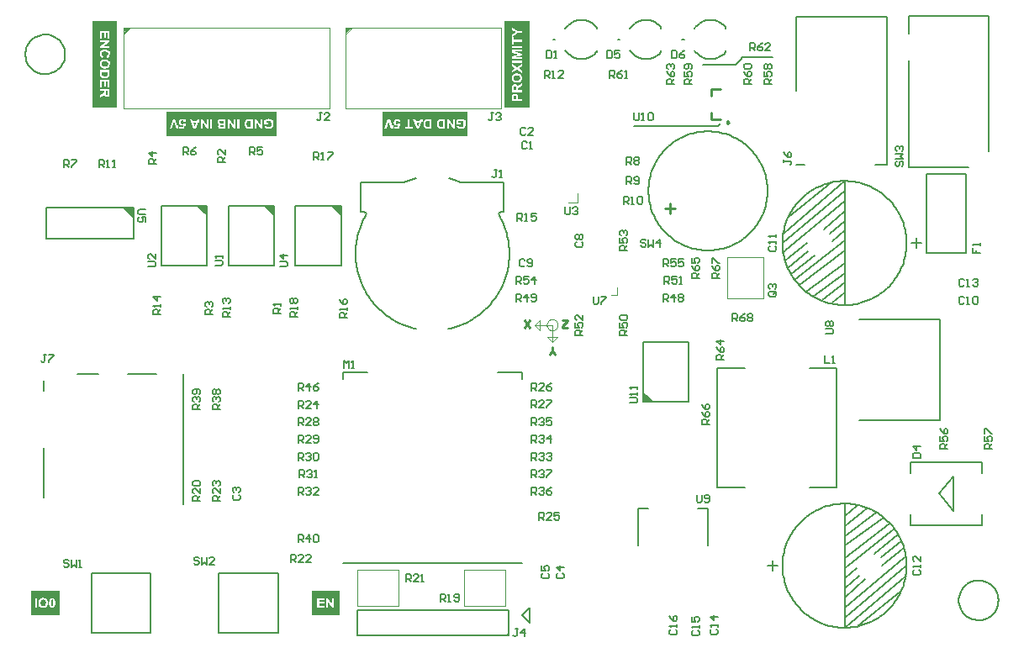
<source format=gto>
G04*
G04 #@! TF.GenerationSoftware,Altium Limited,Altium Designer,24.5.2 (23)*
G04*
G04 Layer_Color=65535*
%FSLAX25Y25*%
%MOIN*%
G70*
G04*
G04 #@! TF.SameCoordinates,69DD5750-F066-4D08-A96F-D9ADA75AFFB9*
G04*
G04*
G04 #@! TF.FilePolarity,Positive*
G04*
G01*
G75*
%ADD10C,0.00787*%
%ADD11C,0.00394*%
%ADD12C,0.00500*%
%ADD13C,0.00984*%
%ADD14C,0.00197*%
%ADD15C,0.01000*%
%ADD16C,0.00799*%
G36*
X179134Y203731D02*
X145669D01*
Y213592D01*
X179134D01*
Y203731D01*
D02*
G37*
G36*
X40363Y215158D02*
X30503D01*
Y249409D01*
X40363D01*
Y215158D01*
D02*
G37*
G36*
X203749Y249409D02*
Y215158D01*
X193888D01*
Y249409D01*
X203749D01*
D02*
G37*
G36*
X17421Y13770D02*
X6201D01*
Y23631D01*
X17421D01*
Y13770D01*
D02*
G37*
G36*
X128641D02*
X117421D01*
Y23631D01*
X128641D01*
Y13770D01*
D02*
G37*
G36*
X103569Y203731D02*
X59817D01*
Y213592D01*
X103569D01*
Y203731D01*
D02*
G37*
%LPC*%
G36*
X151390Y210654D02*
X151340D01*
X151218Y210648D01*
X151102Y210632D01*
X150996Y210610D01*
X150896Y210576D01*
X150802Y210537D01*
X150719Y210493D01*
X150641Y210449D01*
X150569Y210399D01*
X150508Y210354D01*
X150452Y210310D01*
X150402Y210265D01*
X150364Y210226D01*
X150336Y210193D01*
X150314Y210171D01*
X150303Y210154D01*
X150297Y210149D01*
X150247Y210077D01*
X150203Y210004D01*
X150169Y209932D01*
X150136Y209855D01*
X150086Y209710D01*
X150053Y209577D01*
X150042Y209522D01*
X150036Y209466D01*
X150025Y209416D01*
Y209372D01*
X150020Y209338D01*
Y209294D01*
X150025Y209189D01*
X150036Y209089D01*
X150053Y208994D01*
X150075Y208906D01*
X150097Y208828D01*
X150130Y208750D01*
X150158Y208678D01*
X150192Y208617D01*
X150225Y208561D01*
X150253Y208512D01*
X150286Y208467D01*
X150308Y208434D01*
X150330Y208406D01*
X150347Y208384D01*
X150358Y208373D01*
X150364Y208367D01*
X150430Y208306D01*
X150497Y208251D01*
X150569Y208201D01*
X150641Y208156D01*
X150708Y208123D01*
X150780Y208095D01*
X150908Y208051D01*
X150969Y208034D01*
X151024Y208023D01*
X151074Y208018D01*
X151113Y208012D01*
X151146Y208007D01*
X151196D01*
X151291Y208012D01*
X151385Y208029D01*
X151468Y208045D01*
X151546Y208068D01*
X151607Y208095D01*
X151657Y208112D01*
X151690Y208129D01*
X151696Y208134D01*
X151701D01*
X151585Y207479D01*
X150192D01*
Y206791D01*
X150020D01*
X152140D01*
X152517Y208795D01*
X151923Y208878D01*
X151873Y208828D01*
X151823Y208784D01*
X151773Y208745D01*
X151723Y208711D01*
X151629Y208661D01*
X151540Y208628D01*
X151462Y208611D01*
X151407Y208600D01*
X151385Y208595D01*
X151351D01*
X151263Y208600D01*
X151180Y208623D01*
X151107Y208650D01*
X151046Y208684D01*
X151002Y208722D01*
X150963Y208750D01*
X150941Y208772D01*
X150935Y208778D01*
X150880Y208850D01*
X150841Y208933D01*
X150813Y209022D01*
X150796Y209111D01*
X150780Y209189D01*
X150774Y209250D01*
Y209278D01*
Y209294D01*
Y209305D01*
Y209311D01*
X150780Y209444D01*
X150796Y209560D01*
X150824Y209655D01*
X150852Y209733D01*
X150885Y209799D01*
X150908Y209844D01*
X150930Y209866D01*
X150935Y209877D01*
X150996Y209938D01*
X151063Y209988D01*
X151129Y210021D01*
X151191Y210043D01*
X151246Y210054D01*
X151291Y210060D01*
X151318Y210066D01*
X151329D01*
X151401Y210060D01*
X151474Y210043D01*
X151535Y210021D01*
X151585Y209993D01*
X151629Y209966D01*
X151662Y209944D01*
X151684Y209927D01*
X151690Y209921D01*
X151740Y209860D01*
X151784Y209799D01*
X151818Y209733D01*
X151840Y209671D01*
X151857Y209616D01*
X151868Y209566D01*
X151873Y209538D01*
Y209527D01*
X152606Y209605D01*
X152589Y209694D01*
X152573Y209777D01*
X152517Y209927D01*
X152456Y210060D01*
X152423Y210116D01*
X152384Y210171D01*
X152350Y210215D01*
X152323Y210254D01*
X152289Y210288D01*
X152267Y210321D01*
X152245Y210343D01*
X152228Y210360D01*
X152217Y210365D01*
X152212Y210371D01*
X152145Y210421D01*
X152079Y210465D01*
X152006Y210504D01*
X151934Y210532D01*
X151784Y210587D01*
X151651Y210621D01*
X151585Y210632D01*
X151529Y210637D01*
X151474Y210643D01*
X151429Y210648D01*
X151390Y210654D01*
D02*
G37*
G36*
X178524D02*
D01*
Y208650D01*
X178513Y208856D01*
X178491Y209044D01*
X178452Y209216D01*
X178436Y209300D01*
X178413Y209372D01*
X178391Y209438D01*
X178375Y209500D01*
X178352Y209549D01*
X178336Y209594D01*
X178324Y209627D01*
X178313Y209655D01*
X178302Y209671D01*
Y209677D01*
X178208Y209844D01*
X178103Y209988D01*
X177991Y210116D01*
X177881Y210215D01*
X177831Y210260D01*
X177781Y210299D01*
X177742Y210332D01*
X177703Y210354D01*
X177675Y210376D01*
X177647Y210393D01*
X177636Y210399D01*
X177631Y210404D01*
X177542Y210449D01*
X177459Y210487D01*
X177276Y210548D01*
X177098Y210593D01*
X176937Y210621D01*
X176859Y210632D01*
X176793Y210643D01*
X176732Y210648D01*
X176676D01*
X176637Y210654D01*
X176576D01*
X176399Y210648D01*
X176232Y210626D01*
X176071Y210598D01*
X175933Y210565D01*
X175871Y210548D01*
X175816Y210532D01*
X175766Y210515D01*
X175722Y210504D01*
X175688Y210493D01*
X175666Y210482D01*
X175649Y210476D01*
X175644D01*
X175477Y210410D01*
X175339Y210337D01*
X175216Y210265D01*
X175111Y210204D01*
X175033Y210149D01*
X175006Y210127D01*
X174978Y210104D01*
X174961Y210088D01*
X174945Y210077D01*
X174934Y210066D01*
Y208523D01*
X176604D01*
Y209172D01*
X175716D01*
Y209666D01*
X175783Y209716D01*
X175855Y209760D01*
X175927Y209799D01*
X175994Y209833D01*
X176049Y209860D01*
X176099Y209882D01*
X176127Y209893D01*
X176132Y209899D01*
X176138D01*
X176227Y209932D01*
X176315Y209955D01*
X176399Y209971D01*
X176471Y209982D01*
X176537Y209988D01*
X176582Y209993D01*
X176626D01*
X176715Y209988D01*
X176804Y209977D01*
X176882Y209960D01*
X176959Y209938D01*
X177098Y209882D01*
X177154Y209855D01*
X177209Y209821D01*
X177259Y209788D01*
X177303Y209760D01*
X177337Y209727D01*
X177370Y209705D01*
X177392Y209683D01*
X177409Y209666D01*
X177420Y209655D01*
X177425Y209649D01*
X177475Y209583D01*
X177525Y209505D01*
X177564Y209427D01*
X177597Y209344D01*
X177653Y209172D01*
X177686Y209005D01*
X177697Y208928D01*
X177708Y208850D01*
X177714Y208789D01*
X177720Y208728D01*
X177725Y208684D01*
Y208645D01*
Y208623D01*
Y208617D01*
X177720Y208501D01*
X177714Y208395D01*
X177697Y208290D01*
X177681Y208195D01*
X177658Y208112D01*
X177631Y208034D01*
X177603Y207962D01*
X177575Y207895D01*
X177553Y207840D01*
X177525Y207790D01*
X177498Y207751D01*
X177475Y207718D01*
X177459Y207690D01*
X177442Y207674D01*
X177436Y207662D01*
X177431Y207657D01*
X177370Y207601D01*
X177309Y207546D01*
X177242Y207507D01*
X177176Y207468D01*
X177109Y207435D01*
X177042Y207407D01*
X176915Y207368D01*
X176854Y207357D01*
X176798Y207346D01*
X176748Y207341D01*
X176704Y207335D01*
X176671Y207329D01*
X176621D01*
X176499Y207335D01*
X176393Y207357D01*
X176299Y207379D01*
X176216Y207413D01*
X176154Y207440D01*
X176104Y207468D01*
X176077Y207490D01*
X176066Y207496D01*
X175988Y207562D01*
X175921Y207635D01*
X175866Y207707D01*
X175827Y207779D01*
X175794Y207846D01*
X175771Y207895D01*
X175760Y207929D01*
X175755Y207934D01*
Y207940D01*
X174983Y207796D01*
X175006Y207701D01*
X175039Y207607D01*
X175072Y207524D01*
X175117Y207446D01*
X175155Y207368D01*
X175200Y207302D01*
X175244Y207241D01*
X175289Y207185D01*
X175333Y207135D01*
X175372Y207091D01*
X175405Y207052D01*
X175438Y207024D01*
X175466Y207002D01*
X175488Y206980D01*
X175500Y206974D01*
X175505Y206969D01*
X175583Y206913D01*
X175666Y206869D01*
X175755Y206830D01*
X175849Y206797D01*
X176032Y206741D01*
X176210Y206708D01*
X176293Y206691D01*
X176371Y206686D01*
X176443Y206680D01*
X176504Y206675D01*
X176554Y206669D01*
X174934D01*
X178524D01*
Y210654D01*
D02*
G37*
G36*
X157495Y210582D02*
D01*
Y207390D01*
X156358D01*
Y210582D01*
X155581D01*
Y207390D01*
X154448D01*
Y206741D01*
X157495D01*
Y210582D01*
D02*
G37*
G36*
X152606Y210654D02*
D01*
Y206952D01*
Y210654D01*
D02*
G37*
G36*
X174212Y210582D02*
X171160D01*
Y206741D01*
X171875D01*
Y209327D01*
X173463Y206741D01*
X174212D01*
Y210582D01*
D02*
G37*
G36*
X170338D02*
X168884D01*
X168734Y210576D01*
X168595Y210571D01*
X168479Y210560D01*
X168385Y210543D01*
X168307Y210526D01*
X168246Y210515D01*
X168229Y210510D01*
X168212D01*
X168207Y210504D01*
X168201D01*
X168079Y210460D01*
X167968Y210410D01*
X167879Y210360D01*
X167802Y210310D01*
X167741Y210265D01*
X167696Y210232D01*
X167668Y210210D01*
X167657Y210199D01*
X167563Y210093D01*
X167480Y209982D01*
X167408Y209866D01*
X167352Y209760D01*
X167308Y209660D01*
X167286Y209622D01*
X167274Y209588D01*
X167263Y209555D01*
X167252Y209533D01*
X167247Y209522D01*
Y209516D01*
X167208Y209383D01*
X167175Y209244D01*
X167152Y209111D01*
X167141Y208983D01*
X167136Y208922D01*
X167130Y208867D01*
Y208822D01*
X167125Y208778D01*
Y208700D01*
X167130Y208506D01*
X167147Y208334D01*
X167152Y208251D01*
X167164Y208179D01*
X167175Y208106D01*
X167186Y208045D01*
X167202Y207990D01*
X167213Y207940D01*
X167225Y207895D01*
X167230Y207862D01*
X167241Y207835D01*
X167247Y207812D01*
X167252Y207801D01*
Y207796D01*
X167302Y207662D01*
X167363Y207540D01*
X167424Y207435D01*
X167485Y207346D01*
X167535Y207274D01*
X167580Y207218D01*
X167607Y207185D01*
X167613Y207174D01*
X167619D01*
X167713Y207085D01*
X167807Y207013D01*
X167907Y206952D01*
X167996Y206902D01*
X168074Y206863D01*
X168140Y206836D01*
X168163Y206830D01*
X168179Y206824D01*
X168190Y206819D01*
X168196D01*
X168301Y206791D01*
X168418Y206774D01*
X168540Y206758D01*
X168656Y206752D01*
X168762Y206747D01*
X168806Y206741D01*
X167125D01*
D01*
X170338D01*
Y210582D01*
D02*
G37*
G36*
X164971D02*
X161758D01*
X163517D01*
X163367Y210576D01*
X163228Y210571D01*
X163112Y210560D01*
X163018Y210543D01*
X162940Y210526D01*
X162879Y210515D01*
X162862Y210510D01*
X162846D01*
X162840Y210504D01*
X162835D01*
X162712Y210460D01*
X162601Y210410D01*
X162513Y210360D01*
X162435Y210310D01*
X162374Y210265D01*
X162329Y210232D01*
X162302Y210210D01*
X162291Y210199D01*
X162196Y210093D01*
X162113Y209982D01*
X162041Y209866D01*
X161985Y209760D01*
X161941Y209660D01*
X161919Y209622D01*
X161908Y209588D01*
X161897Y209555D01*
X161885Y209533D01*
X161880Y209522D01*
Y209516D01*
X161841Y209383D01*
X161808Y209244D01*
X161785Y209111D01*
X161774Y208983D01*
X161769Y208922D01*
X161763Y208867D01*
Y208822D01*
X161758Y208778D01*
Y208700D01*
X161763Y208506D01*
X161780Y208334D01*
X161785Y208251D01*
X161797Y208179D01*
X161808Y208106D01*
X161819Y208045D01*
X161836Y207990D01*
X161847Y207940D01*
X161858Y207895D01*
X161863Y207862D01*
X161874Y207835D01*
X161880Y207812D01*
X161885Y207801D01*
Y207796D01*
X161935Y207662D01*
X161996Y207540D01*
X162057Y207435D01*
X162118Y207346D01*
X162169Y207274D01*
X162213Y207218D01*
X162241Y207185D01*
X162246Y207174D01*
X162252D01*
X162346Y207085D01*
X162440Y207013D01*
X162540Y206952D01*
X162629Y206902D01*
X162707Y206863D01*
X162773Y206836D01*
X162796Y206830D01*
X162812Y206824D01*
X162823Y206819D01*
X162829D01*
X162934Y206791D01*
X163051Y206774D01*
X163173Y206758D01*
X163290Y206752D01*
X163395Y206747D01*
X163439Y206741D01*
X161758D01*
X164971D01*
Y210582D01*
D02*
G37*
G36*
X161491D02*
D01*
Y206741D01*
X160004D01*
X161491Y210582D01*
X160670D01*
X160354Y209710D01*
X158811D01*
X158478Y210582D01*
X160602D01*
X157640D01*
D01*
X159183Y206741D01*
X157640D01*
X161491D01*
Y210582D01*
D02*
G37*
G36*
X149859D02*
D01*
Y206741D01*
X148482Y210582D01*
X147644D01*
X146279Y206741D01*
D01*
X149859D01*
Y210582D01*
D02*
G37*
%LPD*%
G36*
X178524Y206669D02*
X176621D01*
X176821Y206675D01*
X176998Y206697D01*
X177076Y206713D01*
X177154Y206730D01*
X177226Y206747D01*
X177287Y206763D01*
X177342Y206785D01*
X177398Y206802D01*
X177436Y206819D01*
X177475Y206830D01*
X177503Y206847D01*
X177525Y206852D01*
X177536Y206863D01*
X177542D01*
X177714Y206963D01*
X177786Y207024D01*
X177858Y207080D01*
X177925Y207141D01*
X177986Y207202D01*
X178042Y207263D01*
X178091Y207318D01*
X178130Y207374D01*
X178169Y207424D01*
X178202Y207468D01*
X178230Y207507D01*
X178247Y207540D01*
X178263Y207562D01*
X178269Y207579D01*
X178275Y207585D01*
X178319Y207674D01*
X178358Y207762D01*
X178419Y207945D01*
X178463Y208129D01*
X178491Y208290D01*
X178502Y208367D01*
X178513Y208434D01*
X178519Y208495D01*
Y208550D01*
X178524Y208589D01*
Y206669D01*
D02*
G37*
G36*
X173496Y208051D02*
X171937Y210582D01*
X173496D01*
Y208051D01*
D02*
G37*
G36*
X169561Y207390D02*
X169056D01*
X168984Y207396D01*
X168917D01*
X168862Y207402D01*
X168812D01*
X168762Y207407D01*
X168723D01*
X168662Y207418D01*
X168618Y207424D01*
X168590Y207429D01*
X168584D01*
X168507Y207452D01*
X168440Y207479D01*
X168379Y207507D01*
X168323Y207540D01*
X168285Y207568D01*
X168251Y207590D01*
X168235Y207607D01*
X168229Y207612D01*
X168179Y207668D01*
X168135Y207729D01*
X168096Y207790D01*
X168063Y207846D01*
X168040Y207901D01*
X168024Y207945D01*
X168013Y207973D01*
X168007Y207979D01*
Y207984D01*
X167979Y208084D01*
X167957Y208190D01*
X167946Y208306D01*
X167935Y208417D01*
X167929Y208512D01*
X167924Y208556D01*
Y208595D01*
Y208623D01*
Y208645D01*
Y208661D01*
Y208667D01*
X167929Y208822D01*
X167935Y208967D01*
X167952Y209083D01*
X167963Y209183D01*
X167979Y209266D01*
X167985Y209300D01*
X167996Y209322D01*
X168001Y209344D01*
Y209361D01*
X168007Y209366D01*
Y209372D01*
X168040Y209461D01*
X168068Y209538D01*
X168107Y209599D01*
X168135Y209649D01*
X168163Y209688D01*
X168185Y209716D01*
X168201Y209733D01*
X168207Y209738D01*
X168257Y209777D01*
X168307Y209810D01*
X168357Y209838D01*
X168407Y209860D01*
X168451Y209877D01*
X168484Y209888D01*
X168507Y209899D01*
X168518D01*
X168579Y209910D01*
X168651Y209916D01*
X168729Y209927D01*
X168806D01*
X168878Y209932D01*
X169561D01*
Y207390D01*
D02*
G37*
G36*
X164194D02*
X163689D01*
X163617Y207396D01*
X163550D01*
X163495Y207402D01*
X163445D01*
X163395Y207407D01*
X163356D01*
X163295Y207418D01*
X163251Y207424D01*
X163223Y207429D01*
X163217D01*
X163140Y207452D01*
X163073Y207479D01*
X163012Y207507D01*
X162957Y207540D01*
X162918Y207568D01*
X162884Y207590D01*
X162868Y207607D01*
X162862Y207612D01*
X162812Y207668D01*
X162768Y207729D01*
X162729Y207790D01*
X162696Y207846D01*
X162673Y207901D01*
X162657Y207945D01*
X162646Y207973D01*
X162640Y207979D01*
Y207984D01*
X162612Y208084D01*
X162590Y208190D01*
X162579Y208306D01*
X162568Y208417D01*
X162563Y208512D01*
X162557Y208556D01*
Y208595D01*
Y208623D01*
Y208645D01*
Y208661D01*
Y208667D01*
X162563Y208822D01*
X162568Y208967D01*
X162585Y209083D01*
X162596Y209183D01*
X162612Y209266D01*
X162618Y209300D01*
X162629Y209322D01*
X162635Y209344D01*
Y209361D01*
X162640Y209366D01*
Y209372D01*
X162673Y209461D01*
X162701Y209538D01*
X162740Y209599D01*
X162768Y209649D01*
X162796Y209688D01*
X162818Y209716D01*
X162835Y209733D01*
X162840Y209738D01*
X162890Y209777D01*
X162940Y209810D01*
X162990Y209838D01*
X163040Y209860D01*
X163084Y209877D01*
X163118Y209888D01*
X163140Y209899D01*
X163151D01*
X163212Y209910D01*
X163284Y209916D01*
X163362Y209927D01*
X163439D01*
X163512Y209932D01*
X164194D01*
Y207390D01*
D02*
G37*
G36*
X159599Y207635D02*
X159061Y209061D01*
X160120D01*
X159599Y207635D01*
D02*
G37*
G36*
X149021Y206741D02*
X147106D01*
X148044Y209583D01*
X149021Y206741D01*
D02*
G37*
%LPC*%
G36*
X37353Y245487D02*
X33513D01*
Y242568D01*
X37353D01*
Y245487D01*
D02*
G37*
G36*
Y241907D02*
X33513D01*
Y241191D01*
X36044D01*
X33513Y239632D01*
Y238855D01*
X37353D01*
Y241907D01*
D02*
G37*
G36*
X37426Y238172D02*
D01*
Y236379D01*
X37420Y236524D01*
X37403Y236668D01*
X37376Y236796D01*
X37342Y236923D01*
X37303Y237034D01*
X37259Y237145D01*
X37209Y237240D01*
X37159Y237328D01*
X37109Y237412D01*
X37059Y237478D01*
X37015Y237539D01*
X36976Y237589D01*
X36943Y237628D01*
X36915Y237656D01*
X36898Y237672D01*
X36893Y237678D01*
X36787Y237767D01*
X36676Y237839D01*
X36560Y237906D01*
X36438Y237961D01*
X36310Y238011D01*
X36188Y238050D01*
X36066Y238083D01*
X35949Y238111D01*
X35833Y238133D01*
X35733Y238144D01*
X35638Y238155D01*
X35561Y238166D01*
X35494D01*
X35444Y238172D01*
X35400D01*
X35233Y238166D01*
X35078Y238150D01*
X34928Y238128D01*
X34795Y238094D01*
X34667Y238061D01*
X34545Y238017D01*
X34440Y237972D01*
X34345Y237928D01*
X34257Y237883D01*
X34179Y237839D01*
X34118Y237795D01*
X34062Y237761D01*
X34023Y237728D01*
X33990Y237706D01*
X33973Y237689D01*
X33968Y237684D01*
X33874Y237589D01*
X33796Y237489D01*
X33724Y237384D01*
X33668Y237279D01*
X33618Y237173D01*
X33574Y237068D01*
X33540Y236968D01*
X33513Y236873D01*
X33491Y236779D01*
X33474Y236696D01*
X33463Y236618D01*
X33457Y236557D01*
X33452Y236502D01*
X33446Y236463D01*
Y236429D01*
X33452Y236313D01*
X33457Y236207D01*
X33474Y236102D01*
X33496Y236007D01*
X33518Y235919D01*
X33540Y235836D01*
X33568Y235758D01*
X33602Y235686D01*
X33629Y235625D01*
X33657Y235569D01*
X33679Y235519D01*
X33702Y235480D01*
X33724Y235447D01*
X33740Y235425D01*
X33746Y235414D01*
X33751Y235408D01*
X33812Y235336D01*
X33879Y235269D01*
X34029Y235147D01*
X34184Y235047D01*
X34334Y234970D01*
X34406Y234936D01*
X34473Y234909D01*
X34534Y234886D01*
X34584Y234864D01*
X34628Y234848D01*
X34662Y234837D01*
X34684Y234831D01*
X33446D01*
X37426D01*
Y238172D01*
D02*
G37*
G36*
Y234320D02*
Y232467D01*
X37420Y232633D01*
X37403Y232794D01*
X37376Y232933D01*
X37348Y233055D01*
X37331Y233105D01*
X37320Y233155D01*
X37309Y233194D01*
X37292Y233227D01*
X37287Y233255D01*
X37276Y233277D01*
X37270Y233288D01*
Y233294D01*
X37226Y233394D01*
X37170Y233488D01*
X37109Y233571D01*
X37054Y233643D01*
X37004Y233704D01*
X36959Y233754D01*
X36932Y233782D01*
X36926Y233787D01*
X36920Y233793D01*
X36832Y233871D01*
X36737Y233943D01*
X36654Y234004D01*
X36571Y234054D01*
X36499Y234093D01*
X36443Y234126D01*
X36421Y234132D01*
X36404Y234143D01*
X36399Y234148D01*
X36393D01*
X36238Y234204D01*
X36071Y234248D01*
X35905Y234276D01*
X35749Y234298D01*
X35677Y234304D01*
X35611Y234309D01*
X35555Y234315D01*
X35505D01*
X35461Y234320D01*
X33441D01*
X35405D01*
X35239Y234315D01*
X35078Y234298D01*
X34928Y234276D01*
X34789Y234243D01*
X34662Y234204D01*
X34545Y234159D01*
X34434Y234115D01*
X34340Y234065D01*
X34251Y234021D01*
X34179Y233976D01*
X34112Y233932D01*
X34057Y233893D01*
X34018Y233860D01*
X33985Y233838D01*
X33968Y233821D01*
X33962Y233815D01*
X33868Y233715D01*
X33790Y233610D01*
X33718Y233505D01*
X33663Y233388D01*
X33613Y233277D01*
X33568Y233160D01*
X33535Y233055D01*
X33507Y232944D01*
X33485Y232844D01*
X33468Y232750D01*
X33457Y232666D01*
X33452Y232594D01*
X33446Y232539D01*
X33441Y232494D01*
Y232455D01*
X33446Y232300D01*
X33463Y232156D01*
X33491Y232017D01*
X33524Y231889D01*
X33563Y231767D01*
X33607Y231656D01*
X33652Y231556D01*
X33702Y231462D01*
X33751Y231384D01*
X33796Y231312D01*
X33840Y231251D01*
X33879Y231201D01*
X33912Y231157D01*
X33940Y231129D01*
X33957Y231112D01*
X33962Y231107D01*
X34068Y231018D01*
X34179Y230940D01*
X34295Y230868D01*
X34412Y230813D01*
X34534Y230763D01*
X34656Y230718D01*
X34778Y230685D01*
X34895Y230657D01*
X35000Y230641D01*
X35106Y230624D01*
X35194Y230613D01*
X35272Y230602D01*
X35339D01*
X35389Y230596D01*
X37426D01*
Y234320D01*
D02*
G37*
G36*
X37353Y229986D02*
X33513D01*
Y228532D01*
X33518Y228382D01*
X33524Y228243D01*
X33535Y228127D01*
X33552Y228032D01*
X33568Y227955D01*
X33579Y227893D01*
X33585Y227877D01*
Y227860D01*
X33590Y227855D01*
Y227849D01*
X33635Y227727D01*
X33685Y227616D01*
X33735Y227527D01*
X33785Y227449D01*
X33829Y227388D01*
X33862Y227344D01*
X33885Y227316D01*
X33896Y227305D01*
X34001Y227211D01*
X34112Y227128D01*
X34229Y227055D01*
X34334Y227000D01*
X34434Y226956D01*
X34473Y226933D01*
X34506Y226922D01*
X34539Y226911D01*
X34562Y226900D01*
X34573Y226894D01*
X34578D01*
X34712Y226856D01*
X34850Y226822D01*
X34984Y226800D01*
X35111Y226789D01*
X35172Y226783D01*
X35228Y226778D01*
X35272D01*
X35317Y226772D01*
X33513D01*
D01*
X37353D01*
Y229986D01*
D02*
G37*
G36*
Y226112D02*
X33513D01*
Y223193D01*
X37353D01*
Y226112D01*
D02*
G37*
G36*
Y222532D02*
X33513D01*
Y221755D01*
X35117D01*
Y221505D01*
X35111Y221428D01*
X35106Y221361D01*
X35094Y221306D01*
X35089Y221261D01*
X35078Y221233D01*
X35072Y221217D01*
Y221211D01*
X35050Y221167D01*
X35028Y221122D01*
X35000Y221084D01*
X34978Y221045D01*
X34950Y221017D01*
X34928Y220995D01*
X34917Y220984D01*
X34911Y220978D01*
X34884Y220956D01*
X34856Y220928D01*
X34773Y220867D01*
X34684Y220800D01*
X34584Y220728D01*
X34495Y220667D01*
X34451Y220640D01*
X34417Y220617D01*
X34390Y220595D01*
X34367Y220579D01*
X34351Y220573D01*
X34345Y220567D01*
X33513Y220012D01*
Y219080D01*
X34262Y219552D01*
X34340Y219602D01*
X34417Y219652D01*
X34484Y219696D01*
X34545Y219741D01*
X34601Y219779D01*
X34656Y219813D01*
X34739Y219879D01*
X34806Y219929D01*
X34850Y219963D01*
X34878Y219990D01*
X34884Y219996D01*
X34950Y220057D01*
X35011Y220129D01*
X35061Y220196D01*
X35111Y220262D01*
X35150Y220318D01*
X35178Y220362D01*
X35200Y220395D01*
X35206Y220401D01*
Y220407D01*
X35222Y220312D01*
X35244Y220229D01*
X35267Y220151D01*
X35294Y220074D01*
X35322Y220007D01*
X35350Y219946D01*
X35378Y219885D01*
X35411Y219835D01*
X35439Y219790D01*
X35466Y219752D01*
X35494Y219718D01*
X35516Y219696D01*
X35533Y219674D01*
X35550Y219657D01*
X35555Y219652D01*
X35561Y219646D01*
X35616Y219602D01*
X35672Y219563D01*
X35794Y219496D01*
X35910Y219452D01*
X36027Y219424D01*
X36127Y219402D01*
X36166Y219396D01*
X36204D01*
X36232Y219391D01*
X36260D01*
X36271D01*
X36277D01*
X36399Y219396D01*
X36515Y219419D01*
X36615Y219446D01*
X36704Y219474D01*
X36776Y219507D01*
X36832Y219535D01*
X36848Y219546D01*
X36865Y219557D01*
X36871Y219563D01*
X36876D01*
X36970Y219630D01*
X37048Y219702D01*
X37109Y219774D01*
X37165Y219846D01*
X37198Y219913D01*
X37226Y219963D01*
X37242Y219996D01*
X37248Y220001D01*
Y220007D01*
X37265Y220062D01*
X37281Y220123D01*
X37309Y220262D01*
X37326Y220412D01*
X37342Y220556D01*
Y220628D01*
X37348Y220690D01*
Y220751D01*
X37353Y220800D01*
Y219080D01*
X33513D01*
D01*
X37353D01*
Y222532D01*
D02*
G37*
%LPD*%
G36*
X36704Y242640D02*
X37353D01*
Y242568D01*
X34162D01*
Y244710D01*
X35206D01*
Y242784D01*
X35855D01*
Y244710D01*
X36704D01*
Y242640D01*
D02*
G37*
G36*
X37353Y239571D02*
X34767D01*
X37353Y241158D01*
Y239571D01*
D02*
G37*
G36*
X35583Y237367D02*
X35699Y237362D01*
X35805Y237351D01*
X35905Y237334D01*
X35994Y237312D01*
X36077Y237290D01*
X36149Y237267D01*
X36216Y237240D01*
X36271Y237217D01*
X36321Y237195D01*
X36360Y237173D01*
X36393Y237151D01*
X36421Y237134D01*
X36438Y237123D01*
X36449Y237112D01*
X36454D01*
X36510Y237062D01*
X36560Y237006D01*
X36599Y236951D01*
X36632Y236890D01*
X36687Y236773D01*
X36726Y236662D01*
X36748Y236568D01*
X36754Y236524D01*
X36759Y236490D01*
X36765Y236457D01*
Y236418D01*
X36759Y236307D01*
X36737Y236207D01*
X36710Y236119D01*
X36676Y236041D01*
X36643Y235980D01*
X36615Y235935D01*
X36593Y235908D01*
X36588Y235896D01*
X36521Y235824D01*
X36443Y235758D01*
X36366Y235708D01*
X36288Y235669D01*
X36221Y235641D01*
X36171Y235625D01*
X36149Y235613D01*
X36132D01*
X36127Y235608D01*
X36121D01*
X36304Y234842D01*
X36465Y234897D01*
X36604Y234959D01*
X36726Y235025D01*
X36826Y235086D01*
X36904Y235147D01*
X36937Y235170D01*
X36965Y235192D01*
X36981Y235208D01*
X36998Y235225D01*
X37009Y235230D01*
Y235236D01*
X37081Y235319D01*
X37148Y235414D01*
X37203Y235503D01*
X37248Y235597D01*
X37292Y235697D01*
X37326Y235791D01*
X37353Y235885D01*
X37376Y235974D01*
X37392Y236057D01*
X37403Y236135D01*
X37414Y236202D01*
X37420Y236263D01*
X37426Y236313D01*
Y234831D01*
X34689D01*
X34923Y235586D01*
X34773Y235630D01*
X34645Y235680D01*
X34539Y235730D01*
X34451Y235786D01*
X34384Y235830D01*
X34340Y235869D01*
X34312Y235896D01*
X34301Y235908D01*
X34234Y235996D01*
X34190Y236085D01*
X34157Y236174D01*
X34129Y236252D01*
X34118Y236324D01*
X34112Y236385D01*
X34107Y236407D01*
Y236435D01*
X34112Y236513D01*
X34118Y236585D01*
X34157Y236718D01*
X34201Y236835D01*
X34262Y236929D01*
X34317Y237006D01*
X34362Y237062D01*
X34384Y237084D01*
X34401Y237101D01*
X34406Y237106D01*
X34412Y237112D01*
X34473Y237156D01*
X34545Y237195D01*
X34623Y237234D01*
X34706Y237262D01*
X34878Y237306D01*
X35050Y237339D01*
X35133Y237351D01*
X35206Y237356D01*
X35278Y237367D01*
X35339D01*
X35383Y237373D01*
X35422D01*
X35450D01*
X35455D01*
X35583Y237367D01*
D02*
G37*
G36*
X35555Y233516D02*
X35666Y233510D01*
X35772Y233493D01*
X35871Y233477D01*
X35960Y233454D01*
X36044Y233432D01*
X36116Y233405D01*
X36182Y233377D01*
X36243Y233349D01*
X36293Y233321D01*
X36332Y233299D01*
X36371Y233277D01*
X36399Y233260D01*
X36415Y233244D01*
X36426Y233238D01*
X36432Y233232D01*
X36493Y233177D01*
X36543Y233116D01*
X36588Y233049D01*
X36626Y232988D01*
X36660Y232922D01*
X36682Y232855D01*
X36726Y232733D01*
X36748Y232622D01*
X36754Y232578D01*
X36759Y232533D01*
X36765Y232500D01*
Y232455D01*
X36759Y232367D01*
X36748Y232283D01*
X36737Y232206D01*
X36715Y232134D01*
X36660Y232006D01*
X36632Y231945D01*
X36604Y231895D01*
X36571Y231845D01*
X36543Y231806D01*
X36515Y231773D01*
X36488Y231740D01*
X36465Y231717D01*
X36454Y231701D01*
X36443Y231695D01*
X36438Y231690D01*
X36371Y231640D01*
X36299Y231590D01*
X36227Y231551D01*
X36143Y231518D01*
X35977Y231468D01*
X35816Y231434D01*
X35744Y231418D01*
X35672Y231412D01*
X35611Y231407D01*
X35555Y231401D01*
X35505Y231396D01*
X35472D01*
X35450D01*
X35444D01*
X35322Y231401D01*
X35206Y231407D01*
X35100Y231423D01*
X35006Y231440D01*
X34911Y231462D01*
X34828Y231490D01*
X34756Y231518D01*
X34689Y231545D01*
X34628Y231573D01*
X34578Y231601D01*
X34534Y231623D01*
X34495Y231651D01*
X34467Y231667D01*
X34451Y231684D01*
X34440Y231690D01*
X34434Y231695D01*
X34373Y231751D01*
X34323Y231812D01*
X34279Y231878D01*
X34240Y231939D01*
X34212Y232006D01*
X34184Y232067D01*
X34146Y232189D01*
X34118Y232295D01*
X34112Y232339D01*
X34107Y232378D01*
X34101Y232411D01*
Y232455D01*
X34107Y232539D01*
X34118Y232622D01*
X34134Y232700D01*
X34157Y232772D01*
X34207Y232905D01*
X34273Y233011D01*
X34301Y233061D01*
X34334Y233099D01*
X34362Y233138D01*
X34390Y233166D01*
X34406Y233188D01*
X34423Y233205D01*
X34434Y233216D01*
X34440Y233221D01*
X34506Y233271D01*
X34578Y233321D01*
X34656Y233360D01*
X34739Y233394D01*
X34900Y233449D01*
X35061Y233482D01*
X35139Y233493D01*
X35206Y233505D01*
X35272Y233510D01*
X35328Y233516D01*
X35372Y233521D01*
X35405D01*
X35427D01*
X35433D01*
X35555Y233516D01*
D02*
G37*
G36*
X37426Y230596D02*
X35427D01*
X35600Y230602D01*
X35761Y230619D01*
X35910Y230641D01*
X36055Y230674D01*
X36182Y230713D01*
X36304Y230757D01*
X36415Y230802D01*
X36510Y230852D01*
X36599Y230902D01*
X36676Y230946D01*
X36743Y230990D01*
X36798Y231029D01*
X36837Y231057D01*
X36871Y231085D01*
X36887Y231101D01*
X36893Y231107D01*
X36987Y231207D01*
X37070Y231312D01*
X37143Y231423D01*
X37203Y231534D01*
X37253Y231651D01*
X37298Y231762D01*
X37331Y231873D01*
X37359Y231978D01*
X37381Y232078D01*
X37398Y232172D01*
X37409Y232256D01*
X37420Y232328D01*
Y232383D01*
X37426Y232428D01*
Y230596D01*
D02*
G37*
G36*
X36704Y228704D02*
X36698Y228632D01*
Y228565D01*
X36693Y228509D01*
Y228460D01*
X36687Y228410D01*
Y228371D01*
X36676Y228310D01*
X36671Y228265D01*
X36665Y228238D01*
Y228232D01*
X36643Y228154D01*
X36615Y228088D01*
X36588Y228027D01*
X36554Y227971D01*
X36526Y227932D01*
X36504Y227899D01*
X36488Y227882D01*
X36482Y227877D01*
X36426Y227827D01*
X36366Y227782D01*
X36304Y227744D01*
X36249Y227710D01*
X36193Y227688D01*
X36149Y227671D01*
X36121Y227660D01*
X36116Y227655D01*
X36110D01*
X36010Y227627D01*
X35905Y227605D01*
X35788Y227594D01*
X35677Y227583D01*
X35583Y227577D01*
X35539Y227572D01*
X35500D01*
X35472D01*
X35450D01*
X35433D01*
X35427D01*
X35272Y227577D01*
X35128Y227583D01*
X35011Y227599D01*
X34911Y227610D01*
X34828Y227627D01*
X34795Y227633D01*
X34773Y227644D01*
X34750Y227649D01*
X34734D01*
X34728Y227655D01*
X34723D01*
X34634Y227688D01*
X34556Y227716D01*
X34495Y227755D01*
X34445Y227782D01*
X34406Y227810D01*
X34379Y227832D01*
X34362Y227849D01*
X34356Y227855D01*
X34317Y227905D01*
X34284Y227955D01*
X34257Y228004D01*
X34234Y228054D01*
X34218Y228099D01*
X34207Y228132D01*
X34195Y228154D01*
Y228165D01*
X34184Y228226D01*
X34179Y228299D01*
X34168Y228376D01*
Y228454D01*
X34162Y228526D01*
Y229209D01*
X36704D01*
Y228704D01*
D02*
G37*
G36*
X37353Y226772D02*
X35394D01*
X35588Y226778D01*
X35761Y226795D01*
X35844Y226800D01*
X35916Y226811D01*
X35988Y226822D01*
X36049Y226833D01*
X36105Y226850D01*
X36155Y226861D01*
X36199Y226872D01*
X36232Y226878D01*
X36260Y226889D01*
X36282Y226894D01*
X36293Y226900D01*
X36299D01*
X36432Y226950D01*
X36554Y227011D01*
X36660Y227072D01*
X36748Y227133D01*
X36821Y227183D01*
X36876Y227227D01*
X36909Y227255D01*
X36920Y227261D01*
Y227266D01*
X37009Y227361D01*
X37081Y227455D01*
X37143Y227555D01*
X37192Y227644D01*
X37231Y227721D01*
X37259Y227788D01*
X37265Y227810D01*
X37270Y227827D01*
X37276Y227838D01*
Y227843D01*
X37303Y227949D01*
X37320Y228065D01*
X37337Y228188D01*
X37342Y228304D01*
X37348Y228410D01*
X37353Y228454D01*
Y226772D01*
D02*
G37*
G36*
X36704Y223265D02*
X37353D01*
Y223193D01*
X34162D01*
Y225335D01*
X35206D01*
Y223409D01*
X35855D01*
Y225335D01*
X36704D01*
Y223265D01*
D02*
G37*
G36*
Y220867D02*
X36698Y220817D01*
Y220695D01*
X36693Y220645D01*
Y220612D01*
X36687Y220595D01*
Y220590D01*
X36671Y220523D01*
X36648Y220462D01*
X36626Y220412D01*
X36599Y220373D01*
X36571Y220340D01*
X36554Y220312D01*
X36538Y220301D01*
X36532Y220296D01*
X36488Y220262D01*
X36432Y220234D01*
X36382Y220218D01*
X36332Y220201D01*
X36288Y220196D01*
X36255Y220190D01*
X36232D01*
X36221D01*
X36160Y220196D01*
X36105Y220201D01*
X36055Y220218D01*
X36010Y220229D01*
X35977Y220246D01*
X35955Y220262D01*
X35938Y220268D01*
X35933Y220273D01*
X35894Y220307D01*
X35860Y220340D01*
X35811Y220412D01*
X35794Y220440D01*
X35783Y220467D01*
X35772Y220484D01*
Y220490D01*
X35766Y220517D01*
X35755Y220562D01*
X35749Y220606D01*
X35744Y220656D01*
X35738Y220773D01*
X35733Y220889D01*
X35727Y221000D01*
Y221755D01*
X36704D01*
Y220867D01*
D02*
G37*
%LPC*%
G36*
X200739Y246849D02*
D01*
Y245445D01*
X199130D01*
X196899Y246849D01*
Y245956D01*
X198419Y245073D01*
X196899Y244169D01*
Y243264D01*
X199124Y244668D01*
X200739D01*
Y243264D01*
X196899D01*
X200739D01*
Y246849D01*
D02*
G37*
G36*
Y243159D02*
D01*
Y242026D01*
X197548D01*
Y243159D01*
X196899D01*
Y240112D01*
X200739D01*
Y243159D01*
D02*
G37*
G36*
Y239640D02*
X196899D01*
Y238863D01*
X200739D01*
Y239640D01*
D02*
G37*
G36*
Y238103D02*
X196899D01*
Y234406D01*
X200739D01*
Y235122D01*
X197720D01*
X200739Y235877D01*
Y236626D01*
X197720Y237381D01*
X200739Y237387D01*
Y238103D01*
D02*
G37*
G36*
Y233674D02*
X196899D01*
Y232897D01*
X200739D01*
Y233674D01*
D02*
G37*
G36*
Y232519D02*
D01*
X198741Y231198D01*
X196899Y232403D01*
Y231498D01*
X198047Y230738D01*
X196899Y229977D01*
Y229073D01*
X198741Y230277D01*
X200739Y228951D01*
X196899D01*
X200739D01*
Y232519D01*
D02*
G37*
G36*
X198863Y228734D02*
X198825D01*
X198652Y228729D01*
X198492Y228712D01*
X198342Y228690D01*
X198197Y228657D01*
X198070Y228618D01*
X197948Y228573D01*
X197837Y228529D01*
X197742Y228479D01*
X197653Y228429D01*
X197576Y228385D01*
X197509Y228340D01*
X197454Y228301D01*
X197415Y228274D01*
X197381Y228246D01*
X197365Y228229D01*
X197359Y228224D01*
X197265Y228124D01*
X197182Y228018D01*
X197109Y227907D01*
X197048Y227796D01*
X196999Y227680D01*
X196954Y227569D01*
X196921Y227458D01*
X196893Y227352D01*
X196871Y227252D01*
X196854Y227158D01*
X196843Y227075D01*
X196832Y227003D01*
Y226947D01*
X196826Y226903D01*
Y226919D01*
Y226864D01*
X196832Y226697D01*
X196849Y226536D01*
X196876Y226398D01*
X196904Y226276D01*
X196921Y226226D01*
X196932Y226176D01*
X196943Y226137D01*
X196960Y226103D01*
X196965Y226076D01*
X196976Y226054D01*
X196982Y226043D01*
Y226037D01*
X197026Y225937D01*
X197082Y225843D01*
X197143Y225759D01*
X197198Y225687D01*
X197248Y225626D01*
X197293Y225576D01*
X197320Y225549D01*
X197326Y225543D01*
X197332Y225537D01*
X197420Y225460D01*
X197515Y225388D01*
X197598Y225326D01*
X197681Y225277D01*
X197753Y225238D01*
X197809Y225204D01*
X197831Y225199D01*
X197848Y225188D01*
X197853Y225182D01*
X197859D01*
X198014Y225127D01*
X198181Y225082D01*
X198347Y225055D01*
X198503Y225032D01*
X198575Y225027D01*
X198641Y225021D01*
X198697Y225016D01*
X198747D01*
X198791Y225010D01*
X196826D01*
X200811D01*
X198847D01*
X199013Y225016D01*
X199174Y225032D01*
X199324Y225055D01*
X199463Y225088D01*
X199590Y225127D01*
X199707Y225171D01*
X199818Y225216D01*
X199912Y225266D01*
X200001Y225310D01*
X200073Y225354D01*
X200140Y225399D01*
X200195Y225437D01*
X200234Y225471D01*
X200268Y225493D01*
X200284Y225510D01*
X200290Y225515D01*
X200384Y225615D01*
X200462Y225721D01*
X200534Y225826D01*
X200589Y225943D01*
X200639Y226054D01*
X200684Y226170D01*
X200717Y226276D01*
X200745Y226387D01*
X200767Y226486D01*
X200784Y226581D01*
X200795Y226664D01*
X200800Y226736D01*
X200806Y226792D01*
X200811Y226836D01*
Y226875D01*
X200806Y227030D01*
X200789Y227175D01*
X200761Y227313D01*
X200728Y227441D01*
X200689Y227563D01*
X200645Y227674D01*
X200601Y227774D01*
X200551Y227868D01*
X200500Y227946D01*
X200456Y228018D01*
X200412Y228079D01*
X200373Y228129D01*
X200340Y228174D01*
X200312Y228201D01*
X200295Y228218D01*
X200290Y228224D01*
X200184Y228312D01*
X200073Y228390D01*
X199957Y228462D01*
X199840Y228518D01*
X199718Y228568D01*
X199596Y228612D01*
X199474Y228645D01*
X199357Y228673D01*
X199252Y228690D01*
X199146Y228707D01*
X199057Y228718D01*
X198980Y228729D01*
X198913D01*
X198863Y228734D01*
D02*
G37*
G36*
X200739Y224749D02*
D01*
X199990Y224278D01*
X199912Y224228D01*
X199835Y224178D01*
X199768Y224133D01*
X199707Y224089D01*
X199651Y224050D01*
X199596Y224017D01*
X199513Y223950D01*
X199446Y223900D01*
X199402Y223867D01*
X199374Y223839D01*
X199368Y223834D01*
X199302Y223773D01*
X199241Y223700D01*
X199191Y223634D01*
X199141Y223567D01*
X199102Y223512D01*
X199074Y223467D01*
X199052Y223434D01*
X199047Y223428D01*
Y223423D01*
X199030Y223517D01*
X199008Y223601D01*
X198985Y223678D01*
X198958Y223756D01*
X198930Y223822D01*
X198902Y223884D01*
X198874Y223945D01*
X198841Y223994D01*
X198813Y224039D01*
X198786Y224078D01*
X198758Y224111D01*
X198736Y224133D01*
X198719Y224155D01*
X198702Y224172D01*
X198697Y224178D01*
X198691Y224183D01*
X198636Y224228D01*
X198580Y224267D01*
X198458Y224333D01*
X198342Y224377D01*
X198225Y224405D01*
X198125Y224427D01*
X198086Y224433D01*
X198047D01*
X198020Y224439D01*
X197992D01*
X197981D01*
X197975D01*
X197853Y224433D01*
X197737Y224411D01*
X197637Y224383D01*
X197548Y224355D01*
X197476Y224322D01*
X197420Y224294D01*
X197404Y224283D01*
X197387Y224272D01*
X197381Y224267D01*
X197376D01*
X197282Y224200D01*
X197204Y224128D01*
X197143Y224056D01*
X197087Y223983D01*
X197054Y223917D01*
X197026Y223867D01*
X197010Y223834D01*
X197004Y223828D01*
Y223822D01*
X196987Y223767D01*
X196971Y223706D01*
X196943Y223567D01*
X196926Y223417D01*
X196910Y223273D01*
Y223201D01*
X196904Y223140D01*
Y223079D01*
X196899Y223029D01*
Y221297D01*
X200739D01*
Y224749D01*
D02*
G37*
G36*
Y220659D02*
D01*
Y218495D01*
X199291D01*
Y219183D01*
X199285Y219266D01*
Y219344D01*
X199279Y219416D01*
X199274Y219482D01*
X199268Y219543D01*
X199263Y219593D01*
Y219643D01*
X199257Y219682D01*
X199252Y219721D01*
X199246Y219749D01*
Y219771D01*
X199241Y219788D01*
Y219799D01*
X199218Y219876D01*
X199191Y219949D01*
X199163Y220015D01*
X199130Y220076D01*
X199102Y220126D01*
X199080Y220165D01*
X199063Y220187D01*
X199057Y220198D01*
X199002Y220270D01*
X198941Y220332D01*
X198874Y220393D01*
X198819Y220437D01*
X198763Y220476D01*
X198719Y220504D01*
X198691Y220520D01*
X198680Y220526D01*
X198586Y220570D01*
X198486Y220603D01*
X198380Y220626D01*
X198286Y220642D01*
X198208Y220653D01*
X198170D01*
X198142Y220659D01*
X200739D01*
X198081D01*
X197920Y220648D01*
X197770Y220626D01*
X197648Y220587D01*
X197537Y220548D01*
X197493Y220526D01*
X197454Y220504D01*
X197420Y220487D01*
X197387Y220465D01*
X197365Y220454D01*
X197348Y220443D01*
X197343Y220431D01*
X197337D01*
X197237Y220343D01*
X197154Y220254D01*
X197087Y220160D01*
X197037Y220076D01*
X197004Y219999D01*
X196976Y219937D01*
X196971Y219915D01*
X196965Y219899D01*
X196960Y219887D01*
Y219882D01*
X196949Y219838D01*
X196937Y219782D01*
X196932Y219715D01*
X196926Y219649D01*
X196915Y219494D01*
X196904Y219338D01*
Y219194D01*
X196899Y219133D01*
Y217718D01*
X200739D01*
Y220659D01*
D02*
G37*
%LPD*%
G36*
Y240112D02*
X197548D01*
Y241249D01*
X200739D01*
Y240112D01*
D02*
G37*
G36*
X199524Y236255D02*
X196899Y235566D01*
Y236937D01*
X199524Y236255D01*
D02*
G37*
G36*
X200739Y229883D02*
X199441Y230738D01*
X200739Y231587D01*
Y229883D01*
D02*
G37*
G36*
X198930Y227929D02*
X199047Y227924D01*
X199152Y227907D01*
X199246Y227891D01*
X199341Y227868D01*
X199424Y227841D01*
X199496Y227813D01*
X199563Y227785D01*
X199624Y227757D01*
X199674Y227730D01*
X199718Y227708D01*
X199757Y227680D01*
X199785Y227663D01*
X199801Y227646D01*
X199812Y227641D01*
X199818Y227635D01*
X199879Y227580D01*
X199929Y227519D01*
X199973Y227452D01*
X200012Y227391D01*
X200040Y227325D01*
X200068Y227263D01*
X200107Y227141D01*
X200134Y227036D01*
X200140Y226992D01*
X200145Y226953D01*
X200151Y226919D01*
Y226875D01*
X200145Y226792D01*
X200134Y226709D01*
X200118Y226631D01*
X200095Y226559D01*
X200045Y226425D01*
X199979Y226320D01*
X199951Y226270D01*
X199918Y226231D01*
X199890Y226192D01*
X199862Y226165D01*
X199846Y226142D01*
X199829Y226126D01*
X199818Y226115D01*
X199812Y226109D01*
X199746Y226059D01*
X199674Y226009D01*
X199596Y225970D01*
X199513Y225937D01*
X199352Y225882D01*
X199191Y225848D01*
X199113Y225837D01*
X199047Y225826D01*
X198980Y225820D01*
X198924Y225815D01*
X198880Y225809D01*
X198847D01*
X198825D01*
X198819D01*
X198697Y225815D01*
X198586Y225820D01*
X198480Y225837D01*
X198380Y225854D01*
X198292Y225876D01*
X198208Y225898D01*
X198136Y225926D01*
X198070Y225954D01*
X198009Y225981D01*
X197959Y226009D01*
X197920Y226031D01*
X197881Y226054D01*
X197853Y226070D01*
X197837Y226087D01*
X197826Y226092D01*
X197820Y226098D01*
X197759Y226153D01*
X197709Y226215D01*
X197664Y226281D01*
X197626Y226342D01*
X197592Y226409D01*
X197570Y226475D01*
X197526Y226597D01*
X197503Y226709D01*
X197498Y226753D01*
X197493Y226797D01*
X197487Y226831D01*
Y226875D01*
X197493Y226964D01*
X197503Y227047D01*
X197515Y227125D01*
X197537Y227197D01*
X197592Y227325D01*
X197620Y227386D01*
X197648Y227435D01*
X197681Y227485D01*
X197709Y227524D01*
X197737Y227558D01*
X197764Y227591D01*
X197787Y227613D01*
X197798Y227630D01*
X197809Y227635D01*
X197814Y227641D01*
X197881Y227691D01*
X197953Y227741D01*
X198025Y227780D01*
X198108Y227813D01*
X198275Y227863D01*
X198436Y227896D01*
X198508Y227913D01*
X198580Y227918D01*
X198641Y227924D01*
X198697Y227929D01*
X198747Y227935D01*
X198780D01*
X198802D01*
X198808D01*
X198930Y227929D01*
D02*
G37*
G36*
X200739Y222074D02*
X199135D01*
Y222324D01*
X199141Y222402D01*
X199146Y222468D01*
X199157Y222524D01*
X199163Y222568D01*
X199174Y222596D01*
X199180Y222613D01*
Y222618D01*
X199202Y222662D01*
X199224Y222707D01*
X199252Y222746D01*
X199274Y222785D01*
X199302Y222812D01*
X199324Y222835D01*
X199335Y222846D01*
X199341Y222851D01*
X199368Y222873D01*
X199396Y222901D01*
X199479Y222962D01*
X199568Y223029D01*
X199668Y223101D01*
X199757Y223162D01*
X199801Y223190D01*
X199835Y223212D01*
X199862Y223234D01*
X199884Y223251D01*
X199901Y223256D01*
X199907Y223262D01*
X200739Y223817D01*
Y222074D01*
D02*
G37*
G36*
X198092Y223634D02*
X198147Y223628D01*
X198197Y223612D01*
X198242Y223601D01*
X198275Y223584D01*
X198297Y223567D01*
X198314Y223562D01*
X198319Y223556D01*
X198358Y223523D01*
X198392Y223489D01*
X198442Y223417D01*
X198458Y223390D01*
X198469Y223362D01*
X198480Y223345D01*
Y223340D01*
X198486Y223312D01*
X198497Y223268D01*
X198503Y223223D01*
X198508Y223173D01*
X198514Y223057D01*
X198519Y222940D01*
X198525Y222829D01*
Y222074D01*
X197548D01*
Y222962D01*
X197554Y223012D01*
Y223134D01*
X197559Y223184D01*
Y223218D01*
X197565Y223234D01*
Y223240D01*
X197581Y223306D01*
X197603Y223367D01*
X197626Y223417D01*
X197653Y223456D01*
X197681Y223489D01*
X197698Y223517D01*
X197714Y223528D01*
X197720Y223534D01*
X197764Y223567D01*
X197820Y223595D01*
X197870Y223612D01*
X197920Y223628D01*
X197964Y223634D01*
X197997Y223639D01*
X198020D01*
X198031D01*
X198092Y223634D01*
D02*
G37*
G36*
X198158Y219854D02*
X198214Y219849D01*
X198264Y219832D01*
X198308Y219815D01*
X198347Y219799D01*
X198375Y219788D01*
X198392Y219777D01*
X198397Y219771D01*
X198442Y219738D01*
X198480Y219693D01*
X198514Y219654D01*
X198541Y219616D01*
X198558Y219582D01*
X198575Y219554D01*
X198580Y219532D01*
X198586Y219527D01*
X198597Y219494D01*
X198602Y219455D01*
X198619Y219366D01*
X198630Y219266D01*
X198636Y219166D01*
Y219066D01*
X198641Y219027D01*
Y218495D01*
X197548D01*
Y219072D01*
X197554Y219127D01*
Y219177D01*
X197559Y219227D01*
Y219299D01*
X197565Y219355D01*
X197570Y219394D01*
X197576Y219416D01*
Y219421D01*
X197592Y219488D01*
X197615Y219549D01*
X197642Y219604D01*
X197676Y219649D01*
X197703Y219682D01*
X197725Y219710D01*
X197742Y219727D01*
X197748Y219732D01*
X197803Y219777D01*
X197859Y219804D01*
X197920Y219827D01*
X197975Y219843D01*
X198025Y219854D01*
X198064Y219860D01*
X198086D01*
X198097D01*
X198158Y219854D01*
D02*
G37*
%LPC*%
G36*
X8578Y20621D02*
X7801D01*
Y16781D01*
X8578D01*
Y20621D01*
D02*
G37*
G36*
X14628Y20643D02*
X13329D01*
Y16708D01*
Y18679D01*
X13334Y18479D01*
X13346Y18296D01*
X13362Y18124D01*
X13385Y17968D01*
X13407Y17829D01*
X13434Y17702D01*
X13468Y17591D01*
X13501Y17491D01*
X13529Y17408D01*
X13562Y17330D01*
X13590Y17269D01*
X13618Y17219D01*
X13634Y17186D01*
X13651Y17158D01*
X13662Y17141D01*
X13668Y17136D01*
X13734Y17058D01*
X13806Y16997D01*
X13878Y16936D01*
X13956Y16892D01*
X14028Y16847D01*
X14106Y16814D01*
X14178Y16786D01*
X14250Y16764D01*
X14317Y16742D01*
X14378Y16730D01*
X14433Y16719D01*
X14478Y16714D01*
X14517D01*
X14550Y16708D01*
X13329D01*
X14572D01*
X14672Y16714D01*
X14766Y16725D01*
X14861Y16747D01*
X14944Y16769D01*
X15022Y16797D01*
X15094Y16830D01*
X15155Y16869D01*
X15216Y16908D01*
X15266Y16941D01*
X15316Y16980D01*
X15355Y17014D01*
X15388Y17041D01*
X15410Y17063D01*
X15427Y17086D01*
X15438Y17097D01*
X15443Y17102D01*
X15510Y17197D01*
X15566Y17308D01*
X15621Y17424D01*
X15660Y17552D01*
X15699Y17680D01*
X15727Y17807D01*
X15754Y17940D01*
X15777Y18068D01*
X15788Y18190D01*
X15799Y18301D01*
X15810Y18407D01*
X15815Y18495D01*
X15821Y18568D01*
Y18673D01*
X15815Y18873D01*
X15804Y19056D01*
X15788Y19222D01*
X15760Y19378D01*
X15732Y19522D01*
X15704Y19650D01*
X15665Y19766D01*
X15632Y19866D01*
X15599Y19961D01*
X15566Y20033D01*
X15532Y20099D01*
X15505Y20155D01*
X15477Y20194D01*
X15460Y20222D01*
X15449Y20238D01*
X15443Y20244D01*
X15382Y20316D01*
X15316Y20377D01*
X15244Y20427D01*
X15171Y20477D01*
X15099Y20516D01*
X15027Y20543D01*
X14961Y20571D01*
X14888Y20593D01*
X14822Y20610D01*
X14766Y20621D01*
X14711Y20632D01*
X14667Y20638D01*
X14628Y20643D01*
D02*
G37*
G36*
X12885Y20693D02*
X9161D01*
Y16708D01*
Y18673D01*
X9166Y18507D01*
X9183Y18346D01*
X9205Y18196D01*
X9239Y18057D01*
X9278Y17929D01*
X9322Y17813D01*
X9366Y17702D01*
X9416Y17607D01*
X9461Y17519D01*
X9505Y17447D01*
X9549Y17380D01*
X9588Y17324D01*
X9622Y17286D01*
X9644Y17252D01*
X9660Y17236D01*
X9666Y17230D01*
X9766Y17136D01*
X9871Y17058D01*
X9977Y16986D01*
X10093Y16930D01*
X10204Y16880D01*
X10321Y16836D01*
X10426Y16803D01*
X10537Y16775D01*
X10637Y16753D01*
X10732Y16736D01*
X10815Y16725D01*
X10887Y16719D01*
X10942Y16714D01*
X10987Y16708D01*
X9161D01*
X12885D01*
X11026D01*
X11181Y16714D01*
X11325Y16730D01*
X11464Y16758D01*
X11592Y16792D01*
X11714Y16830D01*
X11825Y16875D01*
X11925Y16919D01*
X12019Y16969D01*
X12097Y17019D01*
X12169Y17063D01*
X12230Y17108D01*
X12280Y17147D01*
X12324Y17180D01*
X12352Y17208D01*
X12369Y17224D01*
X12374Y17230D01*
X12463Y17335D01*
X12541Y17447D01*
X12613Y17563D01*
X12668Y17680D01*
X12718Y17802D01*
X12763Y17924D01*
X12796Y18046D01*
X12824Y18162D01*
X12841Y18268D01*
X12857Y18373D01*
X12868Y18462D01*
X12879Y18540D01*
Y18606D01*
X12885Y18656D01*
Y18695D01*
X12879Y18867D01*
X12863Y19028D01*
X12841Y19178D01*
X12807Y19322D01*
X12768Y19450D01*
X12724Y19572D01*
X12680Y19683D01*
X12630Y19778D01*
X12580Y19866D01*
X12535Y19944D01*
X12491Y20011D01*
X12452Y20066D01*
X12424Y20105D01*
X12397Y20138D01*
X12380Y20155D01*
X12374Y20160D01*
X12274Y20255D01*
X12169Y20338D01*
X12058Y20410D01*
X11947Y20471D01*
X11830Y20521D01*
X11720Y20566D01*
X11609Y20599D01*
X11503Y20627D01*
X11403Y20649D01*
X11309Y20665D01*
X11225Y20677D01*
X11153Y20688D01*
X11098D01*
X11053Y20693D01*
X12885D01*
D02*
G37*
%LPD*%
G36*
X14472Y20638D02*
X14378Y20627D01*
X14284Y20604D01*
X14200Y20582D01*
X14123Y20549D01*
X14051Y20516D01*
X13989Y20482D01*
X13928Y20444D01*
X13878Y20405D01*
X13828Y20371D01*
X13790Y20338D01*
X13762Y20305D01*
X13734Y20282D01*
X13717Y20260D01*
X13706Y20249D01*
X13701Y20244D01*
X13634Y20149D01*
X13579Y20038D01*
X13529Y19922D01*
X13484Y19800D01*
X13451Y19672D01*
X13418Y19539D01*
X13396Y19411D01*
X13373Y19284D01*
X13362Y19161D01*
X13351Y19050D01*
X13340Y18945D01*
X13334Y18856D01*
X13329Y18784D01*
Y20643D01*
X14572D01*
X14472Y20638D01*
D02*
G37*
G36*
X14622Y20027D02*
X14667Y20022D01*
X14705Y20005D01*
X14739Y19988D01*
X14766Y19972D01*
X14789Y19961D01*
X14800Y19950D01*
X14805Y19944D01*
X14839Y19905D01*
X14872Y19855D01*
X14900Y19800D01*
X14927Y19744D01*
X14944Y19689D01*
X14961Y19644D01*
X14966Y19616D01*
X14972Y19611D01*
Y19605D01*
X14983Y19556D01*
X14994Y19494D01*
X15005Y19422D01*
X15016Y19350D01*
X15027Y19200D01*
X15033Y19045D01*
X15038Y18973D01*
Y18901D01*
X15044Y18839D01*
Y18784D01*
Y18740D01*
Y18701D01*
Y18679D01*
Y18673D01*
Y18551D01*
X15038Y18434D01*
Y18329D01*
X15033Y18235D01*
X15027Y18146D01*
X15022Y18068D01*
X15011Y17996D01*
X15005Y17935D01*
X14999Y17879D01*
X14988Y17835D01*
X14983Y17796D01*
X14977Y17763D01*
X14972Y17741D01*
Y17718D01*
X14966Y17713D01*
Y17707D01*
X14944Y17630D01*
X14916Y17569D01*
X14888Y17513D01*
X14866Y17474D01*
X14844Y17441D01*
X14822Y17419D01*
X14811Y17408D01*
X14805Y17402D01*
X14766Y17374D01*
X14728Y17352D01*
X14689Y17341D01*
X14650Y17330D01*
X14622Y17324D01*
X14594Y17319D01*
X14572D01*
X14522Y17324D01*
X14478Y17330D01*
X14439Y17347D01*
X14406Y17363D01*
X14378Y17374D01*
X14356Y17391D01*
X14345Y17397D01*
X14339Y17402D01*
X14306Y17441D01*
X14273Y17491D01*
X14245Y17546D01*
X14217Y17602D01*
X14200Y17652D01*
X14184Y17696D01*
X14178Y17724D01*
X14173Y17735D01*
X14161Y17791D01*
X14150Y17852D01*
X14139Y17918D01*
X14134Y17990D01*
X14123Y18146D01*
X14117Y18301D01*
X14111Y18373D01*
Y18446D01*
X14106Y18507D01*
Y18562D01*
Y18606D01*
Y18645D01*
Y18667D01*
Y18673D01*
Y18795D01*
X14111Y18912D01*
Y19012D01*
X14117Y19112D01*
X14123Y19195D01*
X14128Y19278D01*
X14134Y19345D01*
X14145Y19411D01*
X14150Y19467D01*
X14156Y19511D01*
X14161Y19550D01*
X14167Y19583D01*
X14173Y19605D01*
Y19628D01*
X14178Y19633D01*
Y19639D01*
X14200Y19716D01*
X14228Y19783D01*
X14250Y19833D01*
X14278Y19877D01*
X14300Y19905D01*
X14317Y19927D01*
X14328Y19938D01*
X14333Y19944D01*
X14372Y19972D01*
X14417Y19994D01*
X14456Y20011D01*
X14494Y20022D01*
X14522Y20027D01*
X14550Y20033D01*
X14572D01*
X14622Y20027D01*
D02*
G37*
G36*
X10848Y20688D02*
X10687Y20671D01*
X10548Y20643D01*
X10426Y20616D01*
X10376Y20599D01*
X10326Y20588D01*
X10288Y20577D01*
X10254Y20560D01*
X10227Y20554D01*
X10204Y20543D01*
X10193Y20538D01*
X10188D01*
X10088Y20493D01*
X9993Y20438D01*
X9910Y20377D01*
X9838Y20321D01*
X9777Y20271D01*
X9727Y20227D01*
X9699Y20199D01*
X9694Y20194D01*
X9688Y20188D01*
X9611Y20099D01*
X9538Y20005D01*
X9477Y19922D01*
X9427Y19839D01*
X9388Y19766D01*
X9355Y19711D01*
X9350Y19689D01*
X9339Y19672D01*
X9333Y19667D01*
Y19661D01*
X9278Y19505D01*
X9233Y19339D01*
X9205Y19173D01*
X9183Y19017D01*
X9178Y18945D01*
X9172Y18878D01*
X9166Y18823D01*
Y18773D01*
X9161Y18729D01*
Y20693D01*
X11015D01*
X10848Y20688D01*
D02*
G37*
G36*
X11114Y20027D02*
X11198Y20016D01*
X11275Y20005D01*
X11348Y19983D01*
X11475Y19927D01*
X11536Y19900D01*
X11586Y19872D01*
X11636Y19839D01*
X11675Y19811D01*
X11708Y19783D01*
X11742Y19755D01*
X11764Y19733D01*
X11780Y19722D01*
X11786Y19711D01*
X11792Y19705D01*
X11841Y19639D01*
X11891Y19567D01*
X11930Y19494D01*
X11964Y19411D01*
X12014Y19245D01*
X12047Y19084D01*
X12064Y19012D01*
X12069Y18939D01*
X12075Y18878D01*
X12080Y18823D01*
X12086Y18773D01*
Y18740D01*
Y18717D01*
Y18712D01*
X12080Y18590D01*
X12075Y18473D01*
X12058Y18368D01*
X12041Y18273D01*
X12019Y18179D01*
X11991Y18096D01*
X11964Y18024D01*
X11936Y17957D01*
X11908Y17896D01*
X11880Y17846D01*
X11858Y17802D01*
X11830Y17763D01*
X11814Y17735D01*
X11797Y17718D01*
X11792Y17707D01*
X11786Y17702D01*
X11731Y17641D01*
X11670Y17591D01*
X11603Y17546D01*
X11542Y17507D01*
X11475Y17480D01*
X11414Y17452D01*
X11292Y17413D01*
X11187Y17385D01*
X11142Y17380D01*
X11103Y17374D01*
X11070Y17369D01*
X11026D01*
X10942Y17374D01*
X10859Y17385D01*
X10781Y17402D01*
X10709Y17424D01*
X10576Y17474D01*
X10471Y17541D01*
X10421Y17569D01*
X10382Y17602D01*
X10343Y17630D01*
X10315Y17657D01*
X10293Y17674D01*
X10276Y17691D01*
X10265Y17702D01*
X10260Y17707D01*
X10210Y17774D01*
X10160Y17846D01*
X10121Y17924D01*
X10088Y18007D01*
X10032Y18168D01*
X9999Y18329D01*
X9988Y18407D01*
X9977Y18473D01*
X9971Y18540D01*
X9966Y18595D01*
X9960Y18640D01*
Y18673D01*
Y18695D01*
Y18701D01*
X9966Y18823D01*
X9971Y18934D01*
X9988Y19039D01*
X10005Y19139D01*
X10027Y19228D01*
X10049Y19311D01*
X10077Y19383D01*
X10104Y19450D01*
X10132Y19511D01*
X10160Y19561D01*
X10182Y19600D01*
X10204Y19639D01*
X10221Y19667D01*
X10238Y19683D01*
X10243Y19694D01*
X10249Y19700D01*
X10304Y19761D01*
X10365Y19811D01*
X10432Y19855D01*
X10493Y19894D01*
X10560Y19927D01*
X10626Y19950D01*
X10748Y19994D01*
X10859Y20016D01*
X10904Y20022D01*
X10948Y20027D01*
X10981Y20033D01*
X11026D01*
X11114Y20027D01*
D02*
G37*
%LPC*%
G36*
X126348Y20621D02*
X125632D01*
Y18035D01*
X124044Y20621D01*
X123295D01*
Y16781D01*
X126348D01*
Y20621D01*
D02*
G37*
G36*
X122635D02*
X119715D01*
Y16781D01*
X122635D01*
Y20621D01*
D02*
G37*
%LPD*%
G36*
X125571Y16781D02*
X124011D01*
Y19311D01*
X125571Y16781D01*
D02*
G37*
G36*
X122635Y17430D02*
X120492D01*
Y18473D01*
X122418D01*
Y19123D01*
X120492D01*
Y19972D01*
X122563D01*
Y20621D01*
X122635D01*
Y17430D01*
D02*
G37*
%LPC*%
G36*
X102289Y210654D02*
D01*
Y208650D01*
X102278Y208856D01*
X102256Y209044D01*
X102217Y209216D01*
X102200Y209300D01*
X102178Y209372D01*
X102156Y209438D01*
X102139Y209500D01*
X102117Y209549D01*
X102100Y209594D01*
X102089Y209627D01*
X102078Y209655D01*
X102067Y209671D01*
Y209677D01*
X101973Y209844D01*
X101867Y209988D01*
X101756Y210116D01*
X101645Y210215D01*
X101595Y210260D01*
X101545Y210299D01*
X101506Y210332D01*
X101468Y210354D01*
X101440Y210376D01*
X101412Y210393D01*
X101401Y210399D01*
X101395Y210404D01*
X101307Y210449D01*
X101223Y210487D01*
X101040Y210548D01*
X100863Y210593D01*
X100702Y210621D01*
X100624Y210632D01*
X100557Y210643D01*
X100496Y210648D01*
X100441D01*
X100402Y210654D01*
X102289D01*
X98698D01*
D01*
X100341D01*
X100163Y210648D01*
X99997Y210626D01*
X99836Y210598D01*
X99697Y210565D01*
X99636Y210548D01*
X99581Y210532D01*
X99531Y210515D01*
X99486Y210504D01*
X99453Y210493D01*
X99431Y210482D01*
X99414Y210476D01*
X99409D01*
X99242Y210410D01*
X99103Y210337D01*
X98981Y210265D01*
X98876Y210204D01*
X98798Y210149D01*
X98770Y210127D01*
X98743Y210104D01*
X98726Y210088D01*
X98709Y210077D01*
X98698Y210066D01*
Y208523D01*
X100369D01*
Y209172D01*
X99481D01*
Y209666D01*
X99547Y209716D01*
X99619Y209760D01*
X99692Y209799D01*
X99758Y209833D01*
X99814Y209860D01*
X99864Y209882D01*
X99891Y209893D01*
X99897Y209899D01*
X99902D01*
X99991Y209932D01*
X100080Y209955D01*
X100163Y209971D01*
X100235Y209982D01*
X100302Y209988D01*
X100347Y209993D01*
X100391D01*
X100480Y209988D01*
X100568Y209977D01*
X100646Y209960D01*
X100724Y209938D01*
X100863Y209882D01*
X100918Y209855D01*
X100974Y209821D01*
X101024Y209788D01*
X101068Y209760D01*
X101101Y209727D01*
X101135Y209705D01*
X101157Y209683D01*
X101173Y209666D01*
X101184Y209655D01*
X101190Y209649D01*
X101240Y209583D01*
X101290Y209505D01*
X101329Y209427D01*
X101362Y209344D01*
X101418Y209172D01*
X101451Y209005D01*
X101462Y208928D01*
X101473Y208850D01*
X101479Y208789D01*
X101484Y208728D01*
X101490Y208684D01*
Y208645D01*
Y208623D01*
Y208617D01*
X101484Y208501D01*
X101479Y208395D01*
X101462Y208290D01*
X101445Y208195D01*
X101423Y208112D01*
X101395Y208034D01*
X101368Y207962D01*
X101340Y207895D01*
X101318Y207840D01*
X101290Y207790D01*
X101262Y207751D01*
X101240Y207718D01*
X101223Y207690D01*
X101207Y207674D01*
X101201Y207662D01*
X101196Y207657D01*
X101135Y207601D01*
X101074Y207546D01*
X101007Y207507D01*
X100940Y207468D01*
X100874Y207435D01*
X100807Y207407D01*
X100680Y207368D01*
X100618Y207357D01*
X100563Y207346D01*
X100513Y207341D01*
X100469Y207335D01*
X100435Y207329D01*
X100385D01*
X100263Y207335D01*
X100158Y207357D01*
X100063Y207379D01*
X99980Y207413D01*
X99919Y207440D01*
X99869Y207468D01*
X99841Y207490D01*
X99830Y207496D01*
X99753Y207562D01*
X99686Y207635D01*
X99630Y207707D01*
X99592Y207779D01*
X99558Y207846D01*
X99536Y207895D01*
X99525Y207929D01*
X99519Y207934D01*
Y207940D01*
X98748Y207796D01*
X98770Y207701D01*
X98804Y207607D01*
X98837Y207524D01*
X98881Y207446D01*
X98920Y207368D01*
X98965Y207302D01*
X99009Y207241D01*
X99053Y207185D01*
X99098Y207135D01*
X99137Y207091D01*
X99170Y207052D01*
X99203Y207024D01*
X99231Y207002D01*
X99253Y206980D01*
X99264Y206974D01*
X99270Y206969D01*
X99348Y206913D01*
X99431Y206869D01*
X99519Y206830D01*
X99614Y206797D01*
X99797Y206741D01*
X99975Y206708D01*
X100058Y206691D01*
X100136Y206686D01*
X100208Y206680D01*
X100269Y206675D01*
X100319Y206669D01*
X102289D01*
Y210654D01*
D02*
G37*
G36*
X67424D02*
X64838D01*
D01*
X66158D01*
X66036Y210648D01*
X65920Y210632D01*
X65814Y210610D01*
X65715Y210576D01*
X65620Y210537D01*
X65537Y210493D01*
X65459Y210449D01*
X65387Y210399D01*
X65326Y210354D01*
X65271Y210310D01*
X65220Y210265D01*
X65182Y210226D01*
X65154Y210193D01*
X65132Y210171D01*
X65121Y210154D01*
X65115Y210149D01*
X65065Y210077D01*
X65021Y210004D01*
X64987Y209932D01*
X64954Y209855D01*
X64904Y209710D01*
X64871Y209577D01*
X64860Y209522D01*
X64854Y209466D01*
X64843Y209416D01*
Y209372D01*
X64838Y209338D01*
Y209294D01*
X64843Y209189D01*
X64854Y209089D01*
X64871Y208994D01*
X64893Y208906D01*
X64915Y208828D01*
X64949Y208750D01*
X64976Y208678D01*
X65010Y208617D01*
X65043Y208561D01*
X65071Y208512D01*
X65104Y208467D01*
X65126Y208434D01*
X65148Y208406D01*
X65165Y208384D01*
X65176Y208373D01*
X65182Y208367D01*
X65248Y208306D01*
X65315Y208251D01*
X65387Y208201D01*
X65459Y208156D01*
X65526Y208123D01*
X65598Y208095D01*
X65726Y208051D01*
X65787Y208034D01*
X65842Y208023D01*
X65892Y208018D01*
X65931Y208012D01*
X65964Y208007D01*
X66014D01*
X66109Y208012D01*
X66203Y208029D01*
X66286Y208045D01*
X66364Y208068D01*
X66425Y208095D01*
X66475Y208112D01*
X66508Y208129D01*
X66514Y208134D01*
X66519D01*
X66403Y207479D01*
X65010D01*
Y206791D01*
X66958D01*
X67335Y208795D01*
X66741Y208878D01*
X66691Y208828D01*
X66641Y208784D01*
X66591Y208745D01*
X66541Y208711D01*
X66447Y208661D01*
X66358Y208628D01*
X66281Y208611D01*
X66225Y208600D01*
X66203Y208595D01*
X66170D01*
X66081Y208600D01*
X65997Y208623D01*
X65925Y208650D01*
X65864Y208684D01*
X65820Y208722D01*
X65781Y208750D01*
X65759Y208772D01*
X65753Y208778D01*
X65698Y208850D01*
X65659Y208933D01*
X65631Y209022D01*
X65615Y209111D01*
X65598Y209189D01*
X65592Y209250D01*
Y209278D01*
Y209294D01*
Y209305D01*
Y209311D01*
X65598Y209444D01*
X65615Y209560D01*
X65642Y209655D01*
X65670Y209733D01*
X65703Y209799D01*
X65726Y209844D01*
X65748Y209866D01*
X65753Y209877D01*
X65814Y209938D01*
X65881Y209988D01*
X65948Y210021D01*
X66009Y210043D01*
X66064Y210054D01*
X66109Y210060D01*
X66136Y210066D01*
X66147D01*
X66220Y210060D01*
X66292Y210043D01*
X66353Y210021D01*
X66403Y209993D01*
X66447Y209966D01*
X66480Y209944D01*
X66503Y209927D01*
X66508Y209921D01*
X66558Y209860D01*
X66602Y209799D01*
X66636Y209733D01*
X66658Y209671D01*
X66675Y209616D01*
X66686Y209566D01*
X66691Y209538D01*
Y209527D01*
X67424Y209605D01*
X67407Y209694D01*
X67391Y209777D01*
X67335Y209927D01*
X67274Y210060D01*
X67241Y210116D01*
X67202Y210171D01*
X67169Y210215D01*
X67141Y210254D01*
X67107Y210288D01*
X67085Y210321D01*
X67063Y210343D01*
X67046Y210360D01*
X67035Y210365D01*
X67030Y210371D01*
X66963Y210421D01*
X66897Y210465D01*
X66825Y210504D01*
X66752Y210532D01*
X66602Y210587D01*
X66469Y210621D01*
X66403Y210632D01*
X66347Y210637D01*
X66292Y210643D01*
X66247Y210648D01*
X66208Y210654D01*
X67424D01*
Y207296D01*
Y210654D01*
D02*
G37*
G36*
X97977Y210582D02*
X94924D01*
Y206741D01*
X95640D01*
Y209327D01*
X97227Y206741D01*
X97977D01*
Y210582D01*
D02*
G37*
G36*
X94103D02*
X90889D01*
X92649D01*
X92499Y210576D01*
X92360Y210571D01*
X92243Y210560D01*
X92149Y210543D01*
X92071Y210526D01*
X92010Y210515D01*
X91994Y210510D01*
X91977D01*
X91971Y210504D01*
X91966D01*
X91844Y210460D01*
X91733Y210410D01*
X91644Y210360D01*
X91566Y210310D01*
X91505Y210265D01*
X91461Y210232D01*
X91433Y210210D01*
X91422Y210199D01*
X91328Y210093D01*
X91245Y209982D01*
X91172Y209866D01*
X91117Y209760D01*
X91072Y209660D01*
X91050Y209622D01*
X91039Y209588D01*
X91028Y209555D01*
X91017Y209533D01*
X91011Y209522D01*
Y209516D01*
X90973Y209383D01*
X90939Y209244D01*
X90917Y209111D01*
X90906Y208983D01*
X90900Y208922D01*
X90895Y208867D01*
Y208822D01*
X90889Y208778D01*
Y208700D01*
X90895Y208506D01*
X90912Y208334D01*
X90917Y208251D01*
X90928Y208179D01*
X90939Y208106D01*
X90950Y208045D01*
X90967Y207990D01*
X90978Y207940D01*
X90989Y207895D01*
X90995Y207862D01*
X91006Y207835D01*
X91011Y207812D01*
X91017Y207801D01*
Y207796D01*
X91067Y207662D01*
X91128Y207540D01*
X91189Y207435D01*
X91250Y207346D01*
X91300Y207274D01*
X91344Y207218D01*
X91372Y207185D01*
X91378Y207174D01*
X91383D01*
X91478Y207085D01*
X91572Y207013D01*
X91672Y206952D01*
X91761Y206902D01*
X91838Y206863D01*
X91905Y206836D01*
X91927Y206830D01*
X91944Y206824D01*
X91955Y206819D01*
X91960D01*
X92066Y206791D01*
X92182Y206774D01*
X92304Y206758D01*
X92421Y206752D01*
X92527Y206747D01*
X92571Y206741D01*
X90889D01*
X94103D01*
Y210582D01*
D02*
G37*
G36*
X88764D02*
X87987D01*
Y206741D01*
X88764D01*
Y210582D01*
D02*
G37*
G36*
X87243D02*
X84190D01*
Y206741D01*
X84906D01*
Y209327D01*
X86494Y206741D01*
X87243D01*
Y210582D01*
D02*
G37*
G36*
X83369D02*
X81704D01*
X81610Y210576D01*
X81443D01*
X81377Y210571D01*
X81271D01*
X81232Y210565D01*
X81177D01*
X81155Y210560D01*
X81132D01*
X81021Y210543D01*
X80922Y210515D01*
X80833Y210487D01*
X80755Y210454D01*
X80694Y210426D01*
X80650Y210399D01*
X80622Y210382D01*
X80611Y210376D01*
X80533Y210315D01*
X80472Y210249D01*
X80411Y210188D01*
X80366Y210121D01*
X80328Y210066D01*
X80300Y210021D01*
X80283Y209993D01*
X80278Y209982D01*
X80239Y209888D01*
X80206Y209799D01*
X80183Y209710D01*
X80172Y209633D01*
X80161Y209566D01*
X80156Y209516D01*
Y209472D01*
X80161Y209350D01*
X80183Y209239D01*
X80217Y209144D01*
X80250Y209055D01*
X80283Y208989D01*
X80317Y208939D01*
X80339Y208906D01*
X80344Y208894D01*
X80422Y208806D01*
X80505Y208734D01*
X80600Y208672D01*
X80683Y208628D01*
X80761Y208589D01*
X80827Y208561D01*
X80849Y208556D01*
X80866Y208550D01*
X80877Y208545D01*
X80883D01*
X80794Y208495D01*
X80716Y208445D01*
X80650Y208384D01*
X80594Y208334D01*
X80555Y208284D01*
X80522Y208245D01*
X80500Y208217D01*
X80494Y208206D01*
X80444Y208118D01*
X80405Y208034D01*
X80383Y207951D01*
X80361Y207873D01*
X80350Y207807D01*
X80344Y207757D01*
Y207723D01*
Y207718D01*
Y207712D01*
X80350Y207624D01*
X80361Y207535D01*
X80383Y207463D01*
X80405Y207396D01*
X80427Y207341D01*
X80450Y207296D01*
X80461Y207274D01*
X80466Y207263D01*
X80511Y207191D01*
X80561Y207130D01*
X80611Y207074D01*
X80655Y207024D01*
X80699Y206991D01*
X80733Y206963D01*
X80755Y206946D01*
X80761Y206941D01*
X80827Y206896D01*
X80899Y206863D01*
X80966Y206836D01*
X81027Y206813D01*
X81082Y206797D01*
X81121Y206785D01*
X81149Y206780D01*
X81160D01*
X81255Y206769D01*
X81360Y206758D01*
X81471Y206752D01*
X81582Y206747D01*
X81682Y206741D01*
X80156D01*
X83369D01*
Y210582D01*
D02*
G37*
G36*
X78030D02*
X77253D01*
Y206741D01*
X78030D01*
Y210582D01*
D02*
G37*
G36*
X76509D02*
X73457D01*
Y206741D01*
X74173D01*
Y209327D01*
X75760Y206741D01*
X76509D01*
Y210582D01*
D02*
G37*
G36*
X73029D02*
D01*
Y206741D01*
X71542D01*
X73029Y210582D01*
X72208D01*
X71892Y209710D01*
X70349D01*
X70016Y210582D01*
X72141D01*
X69178D01*
D01*
X70721Y206741D01*
X69178D01*
X73029D01*
Y210582D01*
D02*
G37*
G36*
X64677D02*
D01*
Y206741D01*
X63300Y210582D01*
X62462D01*
X61097Y206741D01*
D01*
X64677D01*
Y210582D01*
D02*
G37*
%LPD*%
G36*
X102289Y206669D02*
X100385D01*
X100585Y206675D01*
X100763Y206697D01*
X100840Y206713D01*
X100918Y206730D01*
X100990Y206747D01*
X101051Y206763D01*
X101107Y206785D01*
X101162Y206802D01*
X101201Y206819D01*
X101240Y206830D01*
X101268Y206847D01*
X101290Y206852D01*
X101301Y206863D01*
X101307D01*
X101479Y206963D01*
X101551Y207024D01*
X101623Y207080D01*
X101690Y207141D01*
X101751Y207202D01*
X101806Y207263D01*
X101856Y207318D01*
X101895Y207374D01*
X101934Y207424D01*
X101967Y207468D01*
X101995Y207507D01*
X102012Y207540D01*
X102028Y207562D01*
X102034Y207579D01*
X102039Y207585D01*
X102084Y207674D01*
X102122Y207762D01*
X102183Y207945D01*
X102228Y208129D01*
X102256Y208290D01*
X102267Y208367D01*
X102278Y208434D01*
X102283Y208495D01*
Y208550D01*
X102289Y208589D01*
Y206669D01*
D02*
G37*
G36*
X97261Y208051D02*
X95701Y210582D01*
X97261D01*
Y208051D01*
D02*
G37*
G36*
X93326Y207390D02*
X92821D01*
X92748Y207396D01*
X92682D01*
X92626Y207402D01*
X92576D01*
X92527Y207407D01*
X92488D01*
X92427Y207418D01*
X92382Y207424D01*
X92355Y207429D01*
X92349D01*
X92271Y207452D01*
X92205Y207479D01*
X92144Y207507D01*
X92088Y207540D01*
X92049Y207568D01*
X92016Y207590D01*
X91999Y207607D01*
X91994Y207612D01*
X91944Y207668D01*
X91899Y207729D01*
X91861Y207790D01*
X91827Y207846D01*
X91805Y207901D01*
X91788Y207945D01*
X91777Y207973D01*
X91772Y207979D01*
Y207984D01*
X91744Y208084D01*
X91722Y208190D01*
X91711Y208306D01*
X91700Y208417D01*
X91694Y208512D01*
X91689Y208556D01*
Y208595D01*
Y208623D01*
Y208645D01*
Y208661D01*
Y208667D01*
X91694Y208822D01*
X91700Y208967D01*
X91716Y209083D01*
X91727Y209183D01*
X91744Y209266D01*
X91750Y209300D01*
X91761Y209322D01*
X91766Y209344D01*
Y209361D01*
X91772Y209366D01*
Y209372D01*
X91805Y209461D01*
X91833Y209538D01*
X91872Y209599D01*
X91899Y209649D01*
X91927Y209688D01*
X91949Y209716D01*
X91966Y209733D01*
X91971Y209738D01*
X92022Y209777D01*
X92071Y209810D01*
X92121Y209838D01*
X92171Y209860D01*
X92216Y209877D01*
X92249Y209888D01*
X92271Y209899D01*
X92282D01*
X92343Y209910D01*
X92415Y209916D01*
X92493Y209927D01*
X92571D01*
X92643Y209932D01*
X93326D01*
Y207390D01*
D02*
G37*
G36*
X86527Y208051D02*
X84967Y210582D01*
X86527D01*
Y208051D01*
D02*
G37*
G36*
X82592Y208906D02*
X81787D01*
X81710Y208911D01*
X81643Y208917D01*
X81576D01*
X81521Y208922D01*
X81471Y208928D01*
X81432Y208933D01*
X81393Y208939D01*
X81366Y208945D01*
X81321Y208950D01*
X81293Y208961D01*
X81288D01*
X81232Y208983D01*
X81182Y209011D01*
X81138Y209039D01*
X81105Y209072D01*
X81077Y209094D01*
X81060Y209117D01*
X81049Y209133D01*
X81044Y209139D01*
X81016Y209189D01*
X80994Y209239D01*
X80977Y209283D01*
X80966Y209333D01*
X80960Y209372D01*
X80955Y209405D01*
Y209427D01*
Y209433D01*
X80960Y209505D01*
X80971Y209572D01*
X80988Y209627D01*
X81010Y209671D01*
X81033Y209710D01*
X81049Y209738D01*
X81060Y209755D01*
X81066Y209760D01*
X81110Y209799D01*
X81155Y209833D01*
X81204Y209860D01*
X81249Y209882D01*
X81288Y209893D01*
X81321Y209905D01*
X81343Y209910D01*
X81349D01*
X81371Y209916D01*
X81404D01*
X81476Y209921D01*
X81565Y209927D01*
X81654D01*
X81737Y209932D01*
X82592D01*
Y208906D01*
D02*
G37*
G36*
Y207379D02*
X81821D01*
X81760Y207385D01*
X81615D01*
X81582Y207390D01*
X81521D01*
X81499Y207396D01*
X81493D01*
X81427Y207407D01*
X81366Y207424D01*
X81315Y207446D01*
X81271Y207468D01*
X81243Y207490D01*
X81216Y207513D01*
X81204Y207524D01*
X81199Y207529D01*
X81166Y207574D01*
X81143Y207624D01*
X81121Y207668D01*
X81110Y207712D01*
X81105Y207757D01*
X81099Y207790D01*
Y207812D01*
Y207818D01*
X81105Y207884D01*
X81116Y207945D01*
X81138Y207995D01*
X81155Y208040D01*
X81177Y208079D01*
X81199Y208101D01*
X81210Y208118D01*
X81216Y208123D01*
X81260Y208162D01*
X81310Y208190D01*
X81360Y208212D01*
X81410Y208228D01*
X81460Y208245D01*
X81493Y208251D01*
X81515Y208256D01*
X81549D01*
X81582Y208262D01*
X81754D01*
X81848Y208267D01*
X82592D01*
Y207379D01*
D02*
G37*
G36*
X75793Y208051D02*
X74234Y210582D01*
X75793D01*
Y208051D01*
D02*
G37*
G36*
X71137Y207635D02*
X70599Y209061D01*
X71658D01*
X71137Y207635D01*
D02*
G37*
G36*
X63839Y206741D02*
X61924D01*
X62862Y209583D01*
X63839Y206741D01*
D02*
G37*
D10*
X298228Y182087D02*
X298207Y183089D01*
X298143Y184090D01*
X298037Y185087D01*
X297889Y186079D01*
X297698Y187063D01*
X297466Y188039D01*
X297193Y189004D01*
X296879Y189956D01*
X296525Y190894D01*
X296131Y191817D01*
X295699Y192721D01*
X295229Y193607D01*
X294721Y194472D01*
X294177Y195314D01*
X293598Y196133D01*
X292985Y196926D01*
X292339Y197693D01*
X291660Y198432D01*
X290951Y199141D01*
X290213Y199819D01*
X289446Y200465D01*
X288653Y201079D01*
X287834Y201658D01*
X286992Y202202D01*
X286127Y202709D01*
X285241Y203179D01*
X284336Y203612D01*
X283414Y204005D01*
X282476Y204359D01*
X281523Y204673D01*
X280558Y204946D01*
X279583Y205178D01*
X278598Y205369D01*
X277607Y205517D01*
X276610Y205624D01*
X275609Y205687D01*
X274606Y205709D01*
X273604Y205687D01*
X272603Y205624D01*
X271606Y205517D01*
X270614Y205369D01*
X269630Y205178D01*
X268654Y204946D01*
X267689Y204673D01*
X266737Y204359D01*
X265799Y204005D01*
X264876Y203612D01*
X263971Y203179D01*
X263086Y202709D01*
X262221Y202202D01*
X261379Y201658D01*
X260560Y201079D01*
X259766Y200465D01*
X259000Y199819D01*
X258261Y199141D01*
X257552Y198432D01*
X256874Y197693D01*
X256227Y196926D01*
X255614Y196133D01*
X255035Y195314D01*
X254491Y194472D01*
X253984Y193607D01*
X253514Y192721D01*
X253081Y191816D01*
X252688Y190894D01*
X252334Y189956D01*
X252020Y189004D01*
X251747Y188039D01*
X251514Y187063D01*
X251324Y186079D01*
X251176Y185087D01*
X251069Y184090D01*
X251006Y183089D01*
X250984Y182087D01*
X251006Y181084D01*
X251069Y180083D01*
X251176Y179086D01*
X251324Y178094D01*
X251514Y177110D01*
X251747Y176134D01*
X252020Y175170D01*
X252334Y174217D01*
X252688Y173279D01*
X253081Y172357D01*
X253514Y171452D01*
X253984Y170566D01*
X254491Y169701D01*
X255035Y168859D01*
X255614Y168040D01*
X256227Y167247D01*
X256874Y166480D01*
X257552Y165742D01*
X258261Y165032D01*
X259000Y164354D01*
X259767Y163708D01*
X260560Y163094D01*
X261379Y162515D01*
X262221Y161972D01*
X263086Y161464D01*
X263972Y160994D01*
X264876Y160562D01*
X265799Y160168D01*
X266737Y159814D01*
X267689Y159500D01*
X268654Y159227D01*
X269630Y158995D01*
X270614Y158804D01*
X271606Y158656D01*
X272603Y158550D01*
X273604Y158486D01*
X274606Y158465D01*
X275609Y158486D01*
X276610Y158550D01*
X277607Y158656D01*
X278598Y158804D01*
X279583Y158995D01*
X280559Y159227D01*
X281523Y159500D01*
X282476Y159814D01*
X283414Y160168D01*
X284336Y160562D01*
X285241Y160994D01*
X286127Y161464D01*
X286992Y161972D01*
X287834Y162516D01*
X288653Y163095D01*
X289446Y163708D01*
X290213Y164354D01*
X290951Y165033D01*
X291660Y165742D01*
X292339Y166480D01*
X292985Y167247D01*
X293598Y168040D01*
X294177Y168859D01*
X294721Y169702D01*
X295229Y170566D01*
X295699Y171452D01*
X296131Y172357D01*
X296525Y173279D01*
X296879Y174217D01*
X297193Y175170D01*
X297466Y176134D01*
X297698Y177110D01*
X297889Y178095D01*
X298037Y179086D01*
X298143Y180083D01*
X298207Y181084D01*
X298228Y182087D01*
X265158Y242126D02*
X264370D01*
X265158D01*
X214055D02*
X213268D01*
X214055D01*
X239567D02*
X238779D01*
X239567D01*
X353346Y161417D02*
X353326Y162415D01*
X353266Y163410D01*
X353165Y164402D01*
X353024Y165390D01*
X352843Y166370D01*
X352622Y167343D01*
X352362Y168306D01*
X352064Y169258D01*
X351727Y170197D01*
X351352Y171121D01*
X350940Y172029D01*
X350492Y172920D01*
X350008Y173792D01*
X349489Y174644D01*
X348936Y175474D01*
X348350Y176281D01*
X347731Y177064D01*
X347082Y177820D01*
X346402Y178550D01*
X345693Y179252D01*
X344956Y179924D01*
X344193Y180566D01*
X343404Y181177D01*
X342592Y181755D01*
X341756Y182299D01*
X340899Y182810D01*
X340022Y183285D01*
X339127Y183724D01*
X338214Y184127D01*
X337286Y184492D01*
X336344Y184819D01*
X335389Y185108D01*
X334424Y185358D01*
X333449Y185569D01*
X332466Y185740D01*
X331477Y185871D01*
X330484Y185962D01*
X329488Y186012D01*
X328491Y186022D01*
X327494Y185992D01*
X326499Y185921D01*
X325508Y185810D01*
X324522Y185659D01*
X323543Y185468D01*
X322572Y185238D01*
X321612Y184969D01*
X320664Y184660D01*
X319728Y184314D01*
X318808Y183930D01*
X317904Y183509D01*
X317017Y183052D01*
X316150Y182559D01*
X315304Y182031D01*
X314479Y181470D01*
X313679Y180875D01*
X312902Y180249D01*
X312152Y179592D01*
X311429Y178904D01*
X310735Y178189D01*
X310070Y177445D01*
X309436Y176675D01*
X308833Y175881D01*
X308263Y175062D01*
X307727Y174221D01*
X307226Y173359D01*
X306760Y172477D01*
X306329Y171577D01*
X305936Y170661D01*
X305580Y169729D01*
X305262Y168783D01*
X304983Y167826D01*
X304743Y166858D01*
X304542Y165881D01*
X304381Y164897D01*
X304260Y163907D01*
X304179Y162913D01*
X304139Y161916D01*
Y160919D01*
X304179Y159922D01*
X304260Y158928D01*
X304381Y157938D01*
X304542Y156954D01*
X304743Y155977D01*
X304983Y155009D01*
X305262Y154051D01*
X305580Y153106D01*
X305936Y152174D01*
X306329Y151257D01*
X306760Y150357D01*
X307226Y149476D01*
X307727Y148614D01*
X308263Y147773D01*
X308833Y146954D01*
X309436Y146159D01*
X310070Y145389D01*
X310735Y144646D01*
X311429Y143930D01*
X312152Y143243D01*
X312902Y142586D01*
X313679Y141959D01*
X314479Y141365D01*
X315304Y140803D01*
X316150Y140276D01*
X317017Y139783D01*
X317904Y139326D01*
X318808Y138905D01*
X319728Y138521D01*
X320664Y138174D01*
X321612Y137866D01*
X322573Y137596D01*
X323543Y137366D01*
X324522Y137175D01*
X325508Y137024D01*
X326499Y136913D01*
X327494Y136843D01*
X328491Y136812D01*
X329488Y136822D01*
X330484Y136873D01*
X331478Y136964D01*
X332466Y137095D01*
X333449Y137266D01*
X334424Y137476D01*
X335389Y137726D01*
X336344Y138015D01*
X337286Y138343D01*
X338214Y138708D01*
X339127Y139111D01*
X340022Y139550D01*
X340899Y140025D01*
X341756Y140535D01*
X342592Y141080D01*
X343404Y141658D01*
X344193Y142269D01*
X344956Y142911D01*
X345693Y143583D01*
X346402Y144284D01*
X347082Y145014D01*
X347731Y145771D01*
X348350Y146554D01*
X348936Y147361D01*
X349489Y148190D01*
X350008Y149042D01*
X350492Y149914D01*
X350940Y150805D01*
X351352Y151714D01*
X351727Y152638D01*
X352064Y153577D01*
X352362Y154528D01*
X352622Y155491D01*
X352843Y156464D01*
X353024Y157445D01*
X353165Y158432D01*
X353266Y159424D01*
X353326Y160420D01*
X353346Y161417D01*
Y33465D02*
X353326Y34462D01*
X353266Y35457D01*
X353165Y36450D01*
X353024Y37437D01*
X352843Y38418D01*
X352622Y39391D01*
X352362Y40353D01*
X352064Y41305D01*
X351727Y42244D01*
X351352Y43168D01*
X350940Y44077D01*
X350492Y44968D01*
X350008Y45840D01*
X349489Y46691D01*
X348936Y47521D01*
X348350Y48328D01*
X347731Y49111D01*
X347082Y49867D01*
X346402Y50597D01*
X345693Y51299D01*
X344956Y51971D01*
X344193Y52613D01*
X343404Y53224D01*
X342592Y53802D01*
X341756Y54347D01*
X340899Y54857D01*
X340022Y55332D01*
X339127Y55771D01*
X338214Y56174D01*
X337286Y56539D01*
X336344Y56867D01*
X335389Y57156D01*
X334424Y57406D01*
X333449Y57616D01*
X332466Y57787D01*
X331477Y57918D01*
X330484Y58009D01*
X329488Y58060D01*
X328491Y58070D01*
X327494Y58039D01*
X326499Y57969D01*
X325508Y57858D01*
X324522Y57707D01*
X323543Y57516D01*
X322572Y57285D01*
X321612Y57016D01*
X320664Y56708D01*
X319728Y56361D01*
X318808Y55977D01*
X317904Y55556D01*
X317017Y55099D01*
X316150Y54606D01*
X315304Y54079D01*
X314479Y53517D01*
X313679Y52923D01*
X312902Y52296D01*
X312152Y51639D01*
X311429Y50952D01*
X310735Y50236D01*
X310070Y49492D01*
X309436Y48723D01*
X308833Y47928D01*
X308263Y47109D01*
X307727Y46268D01*
X307226Y45406D01*
X306760Y44524D01*
X306329Y43624D01*
X305936Y42708D01*
X305580Y41776D01*
X305262Y40831D01*
X304983Y39873D01*
X304743Y38905D01*
X304542Y37928D01*
X304381Y36944D01*
X304260Y35954D01*
X304179Y34960D01*
X304139Y33963D01*
Y32966D01*
X304179Y31969D01*
X304260Y30975D01*
X304381Y29985D01*
X304542Y29001D01*
X304743Y28024D01*
X304983Y27056D01*
X305262Y26098D01*
X305580Y25153D01*
X305936Y24221D01*
X306329Y23305D01*
X306760Y22405D01*
X307226Y21523D01*
X307727Y20661D01*
X308263Y19820D01*
X308833Y19001D01*
X309436Y18206D01*
X310070Y17437D01*
X310735Y16693D01*
X311429Y15977D01*
X312152Y15290D01*
X312902Y14633D01*
X313679Y14006D01*
X314479Y13412D01*
X315304Y12851D01*
X316150Y12323D01*
X317017Y11830D01*
X317904Y11373D01*
X318808Y10952D01*
X319728Y10568D01*
X320664Y10221D01*
X321612Y9913D01*
X322573Y9644D01*
X323543Y9413D01*
X324522Y9223D01*
X325508Y9071D01*
X326499Y8961D01*
X327494Y8890D01*
X328491Y8860D01*
X329488Y8870D01*
X330484Y8920D01*
X331478Y9011D01*
X332466Y9142D01*
X333449Y9313D01*
X334424Y9524D01*
X335389Y9774D01*
X336344Y10063D01*
X337286Y10390D01*
X338214Y10755D01*
X339127Y11158D01*
X340022Y11597D01*
X340899Y12072D01*
X341756Y12583D01*
X342592Y13127D01*
X343404Y13705D01*
X344193Y14316D01*
X344956Y14958D01*
X345693Y15630D01*
X346402Y16332D01*
X347082Y17062D01*
X347731Y17818D01*
X348350Y18601D01*
X348936Y19408D01*
X349489Y20238D01*
X350008Y21090D01*
X350492Y21961D01*
X350940Y22852D01*
X351352Y23761D01*
X351727Y24685D01*
X352064Y25624D01*
X352362Y26576D01*
X352622Y27539D01*
X352843Y28511D01*
X353024Y29492D01*
X353165Y30479D01*
X353266Y31472D01*
X353326Y32467D01*
X353346Y33465D01*
X19685Y236221D02*
X19620Y237227D01*
X19428Y238218D01*
X19110Y239175D01*
X18672Y240084D01*
X18121Y240930D01*
X17467Y241698D01*
X16720Y242377D01*
X15893Y242954D01*
X14998Y243421D01*
X14051Y243769D01*
X13068Y243994D01*
X12063Y244091D01*
X11055Y244058D01*
X10059Y243897D01*
X9092Y243610D01*
X8169Y243202D01*
X7306Y242678D01*
X6517Y242049D01*
X5815Y241325D01*
X5212Y240516D01*
X4717Y239637D01*
X4338Y238702D01*
X4082Y237726D01*
X3953Y236725D01*
Y235716D01*
X4082Y234715D01*
X4338Y233739D01*
X4717Y232804D01*
X5212Y231925D01*
X5815Y231116D01*
X6517Y230392D01*
X7306Y229762D01*
X8169Y229239D01*
X9092Y228831D01*
X10059Y228544D01*
X11055Y228383D01*
X12063Y228350D01*
X13068Y228447D01*
X14051Y228672D01*
X14998Y229020D01*
X15893Y229487D01*
X16720Y230064D01*
X17467Y230743D01*
X18121Y231511D01*
X18672Y232357D01*
X19110Y233266D01*
X19428Y234223D01*
X19620Y235213D01*
X19685Y236220D01*
X389764Y19685D02*
X389699Y20692D01*
X389506Y21682D01*
X389188Y22640D01*
X388751Y23549D01*
X388200Y24395D01*
X387546Y25163D01*
X386799Y25841D01*
X385972Y26419D01*
X385077Y26885D01*
X384130Y27234D01*
X383147Y27458D01*
X382142Y27555D01*
X381134Y27523D01*
X380138Y27362D01*
X379170Y27075D01*
X378248Y26666D01*
X377385Y26143D01*
X376596Y25514D01*
X375894Y24789D01*
X375291Y23981D01*
X374796Y23101D01*
X374417Y22166D01*
X374161Y21190D01*
X374032Y20189D01*
Y19181D01*
X374161Y18180D01*
X374417Y17204D01*
X374796Y16269D01*
X375291Y15390D01*
X375894Y14581D01*
X376596Y13856D01*
X377385Y13227D01*
X378248Y12704D01*
X379170Y12296D01*
X380138Y12008D01*
X381134Y11847D01*
X382142Y11815D01*
X383147Y11912D01*
X384130Y12137D01*
X385077Y12485D01*
X385972Y12952D01*
X386799Y13529D01*
X387546Y14207D01*
X388200Y14976D01*
X388751Y15821D01*
X389188Y16730D01*
X389506Y17688D01*
X389699Y18678D01*
X389764Y19685D01*
X200787Y13780D02*
X203740Y16732D01*
X200787Y13780D02*
X203740Y10827D01*
Y16732D01*
X270669Y56102D02*
X274606D01*
X247047D02*
X250984D01*
X247047Y41339D02*
Y56102D01*
X274606Y41339D02*
Y56102D01*
X288386Y235236D02*
X300197D01*
X287402Y234252D02*
X288386Y235236D01*
X287402Y234252D02*
X287402D01*
X285433Y232283D02*
X287402Y234252D01*
X284449Y232283D02*
X285433D01*
X272638D02*
X284449D01*
X278543Y207677D02*
X279528Y208661D01*
X270669Y207677D02*
X278543D01*
X245079D02*
X270669D01*
X248819Y98548D02*
Y122168D01*
X266929D01*
Y98548D02*
Y122168D01*
X248819Y98548D02*
X266929D01*
X42849Y175515D02*
X46807Y171557D01*
X42714Y175515D02*
X42849D01*
X46469Y172212D02*
X46731D01*
X43146Y175536D02*
X46469Y172212D01*
X46559Y174286D02*
X46602Y174329D01*
Y174891D01*
X46127Y175366D02*
X46602Y174891D01*
X45436Y175366D02*
X46127D01*
X45436D02*
X46516Y174286D01*
Y173681D02*
Y174286D01*
X45090Y175107D02*
X46516Y173681D01*
X44313Y175107D02*
X45090D01*
X44313D02*
X46602Y172817D01*
Y172342D02*
Y172817D01*
Y172342D02*
X46731Y172212D01*
X43146Y175536D02*
Y175539D01*
X12205Y162992D02*
Y175591D01*
X46850Y162992D02*
Y175591D01*
X12205Y162992D02*
X46850D01*
X12205Y175591D02*
X46850D01*
X129134Y152438D02*
Y176058D01*
X111024Y152438D02*
X129134D01*
X111024D02*
Y176058D01*
X129134D01*
X102559Y152438D02*
Y176058D01*
X84449Y152438D02*
X102559D01*
X84449D02*
Y176058D01*
X102559D01*
X354921Y74409D02*
X383268D01*
X354921Y49606D02*
X383268D01*
X354921Y70079D02*
Y74409D01*
X383268Y70079D02*
Y74409D01*
X354921Y49606D02*
Y53937D01*
X383268Y49606D02*
Y53937D01*
X372047Y55118D02*
Y68898D01*
X366142Y62008D02*
X372047Y55118D01*
X366142Y62008D02*
X372047Y68898D01*
X314759Y64409D02*
X325586Y64409D01*
X278342D02*
X289168Y64409D01*
X278342Y111653D02*
X289168Y111653D01*
X314759D02*
X325586Y111653D01*
X278342Y64409D02*
Y111653D01*
X325586Y64409D02*
Y111653D01*
X357283Y159417D02*
Y163417D01*
X355283Y161417D02*
X359283D01*
X328740Y136811D02*
Y186024D01*
X323819Y137795D02*
X328740Y141732D01*
X319882Y138779D02*
X328740Y145669D01*
X316299Y140276D02*
X328740Y149606D01*
X313400Y142294D02*
X328740Y153543D01*
X311024Y144685D02*
X328740Y158465D01*
X309055Y146653D02*
X328740Y162402D01*
X323900Y162305D02*
X328740Y166339D01*
X307427Y149157D02*
X316830Y156621D01*
X322904Y165273D02*
X328740Y170276D01*
X306102Y151575D02*
X314264Y158105D01*
X320432Y166827D02*
X328740Y174213D01*
X305118Y154528D02*
X313880Y161537D01*
X305118Y158465D02*
X328740Y178150D01*
X304571Y157959D02*
X305118Y158465D01*
X304134Y161417D02*
X328740Y182087D01*
X304395Y165304D02*
X328740Y186024D01*
X306281Y171369D02*
X323623Y185494D01*
X333857Y9388D02*
X351199Y23513D01*
X328740Y8858D02*
X353085Y29578D01*
X328740Y12795D02*
X353346Y33465D01*
X352362Y36417D02*
X352910Y36922D01*
X328740Y16732D02*
X352362Y36417D01*
X343600Y33345D02*
X352362Y40354D01*
X328740Y20669D02*
X337049Y28055D01*
X343216Y36777D02*
X351378Y43307D01*
X328740Y24606D02*
X334576Y29609D01*
X340650Y38261D02*
X350053Y45725D01*
X328740Y28543D02*
X333581Y32577D01*
X328740Y32480D02*
X348425Y48228D01*
X328740Y36417D02*
X346457Y50197D01*
X328740Y41339D02*
X344081Y52588D01*
X328740Y45276D02*
X341181Y54606D01*
X328740Y49213D02*
X337598Y56102D01*
X328740Y53150D02*
X333661Y57087D01*
X328740Y8858D02*
Y58071D01*
X298197Y33465D02*
X302197D01*
X300197Y31465D02*
Y35465D01*
X361221Y157480D02*
Y188976D01*
Y157480D02*
X374016D01*
X376969D01*
Y188976D01*
X361221D02*
X376969D01*
X354331Y191339D02*
X375984D01*
X354331Y251378D02*
X363189D01*
X354331Y244488D02*
Y251378D01*
Y228740D02*
Y233661D01*
X375984Y191339D02*
X377953D01*
X385827Y197923D02*
Y204134D01*
Y251378D01*
X354331Y191339D02*
Y228740D01*
X363189Y251378D02*
X385827D01*
X309449Y192520D02*
X312992D01*
X345669D02*
Y251181D01*
X309646Y221654D02*
Y251181D01*
X345669D01*
X340945Y192520D02*
X345669D01*
X57874Y176058D02*
X75984D01*
X57874Y152438D02*
Y176058D01*
Y152438D02*
X75984D01*
Y176058D01*
D11*
X214969Y128953D02*
X214751Y129908D01*
X214140Y130673D01*
X213257Y131098D01*
X212278D01*
X211396Y130673D01*
X210785Y129908D01*
X210567Y128953D01*
X210785Y127998D01*
X211396Y127232D01*
X212278Y126807D01*
X213257D01*
X214140Y127232D01*
X214751Y127998D01*
X214969Y128953D01*
X151969Y17520D02*
Y31693D01*
X135433D02*
X151969D01*
X135433Y17520D02*
Y31693D01*
Y17520D02*
X151969D01*
X42947Y214896D02*
Y246982D01*
Y214896D02*
X124601D01*
Y246982D01*
X42947D02*
X124601D01*
X42947Y244739D02*
Y245339D01*
X44547Y246939D01*
X45647D01*
X42942Y244233D02*
X45647Y246939D01*
X45018Y246439D02*
Y246878D01*
X44909Y246768D02*
X45018Y246878D01*
X44909Y246549D02*
Y246768D01*
X43141Y244781D02*
X44909Y246549D01*
X43141Y244781D02*
Y245047D01*
X44752Y246658D01*
X43939D02*
X44752D01*
X43016Y245736D02*
X43939Y246658D01*
X43016Y245736D02*
Y246033D01*
X43798Y246815D01*
X43391D02*
X43798D01*
X43047Y246471D02*
X43391Y246815D01*
X43047Y246471D02*
Y246471D01*
X43078Y246502D01*
X130834Y246471D02*
X130865Y246502D01*
X130834Y246471D02*
Y246471D01*
Y246471D02*
X131178Y246815D01*
X131585D01*
X130803Y246033D02*
X131585Y246815D01*
X130803Y245736D02*
Y246033D01*
Y245736D02*
X131726Y246658D01*
X132540D01*
X130928Y245047D02*
X132540Y246658D01*
X130928Y244781D02*
Y245047D01*
Y244781D02*
X132696Y246549D01*
Y246768D01*
X132806Y246878D01*
Y246439D02*
Y246878D01*
X130729Y244233D02*
X133434Y246939D01*
X132334D02*
X133434D01*
X130734Y245339D02*
X132334Y246939D01*
X130734Y244739D02*
Y245339D01*
Y246982D02*
X192703D01*
Y214896D02*
Y246982D01*
X130734Y214896D02*
X192703D01*
X130734D02*
Y246982D01*
X205878Y128953D02*
X212768D01*
X205878D02*
X207846Y126984D01*
X205878Y128953D02*
X207846Y130921D01*
Y126984D02*
Y130921D01*
X210799Y124031D02*
X214736D01*
X212768Y122063D02*
X214736Y124031D01*
X210799D02*
X212768Y122063D01*
Y128953D01*
X236174Y140739D02*
Y140748D01*
X236614D01*
X238583D01*
Y143701D01*
X219094Y177362D02*
X223031D01*
Y181299D01*
X249039Y102106D02*
X252781Y98596D01*
X248988Y101798D02*
X252614Y98416D01*
X250448Y100313D02*
X250763Y99932D01*
X250159Y100733D02*
X250448Y100313D01*
X249515Y101364D02*
X250159Y100733D01*
X249213Y101613D02*
X249515Y101364D01*
X249108Y101639D02*
X249213Y101613D01*
X249068Y101390D02*
X249108Y101639D01*
X249068Y101390D02*
X249778Y101180D01*
X249029Y101049D02*
X249778Y101180D01*
X249029Y101049D02*
X250041Y100917D01*
X249042Y100694D02*
X250041Y100917D01*
X249042Y100694D02*
X250185Y100667D01*
X248898Y100418D02*
X250185Y100667D01*
X248898Y100418D02*
X250632Y100352D01*
X249068Y100247D02*
X250632Y100352D01*
X249068Y100247D02*
X250934Y100023D01*
X249134Y99919D02*
X250934Y100023D01*
X249134Y99919D02*
X251091Y99761D01*
X249042Y99748D02*
X251091Y99761D01*
X249042Y99748D02*
X251328Y99537D01*
X249029Y99432D02*
X251328Y99537D01*
X249029Y99432D02*
X251722Y99248D01*
X249279Y99157D02*
X251722Y99248D01*
X249279Y99157D02*
X252195Y98894D01*
X249173Y98881D02*
X252195Y98894D01*
X249173Y98881D02*
X252274Y98723D01*
X249213Y98592D02*
X252274Y98723D01*
X249213Y98592D02*
X252445Y98447D01*
X296457Y139370D02*
Y155905D01*
X282283Y139370D02*
X296457D01*
X282283D02*
Y155905D01*
X296457D01*
X125172Y176010D02*
X128913Y172500D01*
X125339Y176190D02*
X128965Y172809D01*
X127190Y174675D02*
X127505Y174293D01*
X127794Y173873D01*
X128438Y173243D01*
X128740Y172993D01*
X128845Y172967D01*
X128884Y173216D01*
X128175Y173427D02*
X128884Y173216D01*
X128175Y173427D02*
X128924Y173558D01*
X127912Y173689D02*
X128924Y173558D01*
X127912Y173689D02*
X128911Y173913D01*
X127768Y173939D02*
X128911Y173913D01*
X127768Y173939D02*
X129055Y174189D01*
X127321Y174254D02*
X129055Y174189D01*
X127321Y174254D02*
X128884Y174359D01*
X127019Y174583D02*
X128884Y174359D01*
X127019Y174583D02*
X128819Y174688D01*
X126861Y174846D02*
X128819Y174688D01*
X126861Y174846D02*
X128911Y174859D01*
X126625Y175069D02*
X128911Y174859D01*
X126625Y175069D02*
X128924Y175174D01*
X126231Y175358D02*
X128924Y175174D01*
X126231Y175358D02*
X128674Y175450D01*
X125758Y175712D02*
X128674Y175450D01*
X125758Y175712D02*
X128779Y175725D01*
X125679Y175883D02*
X128779Y175725D01*
X125679Y175883D02*
X128740Y176015D01*
X125508Y176159D02*
X128740Y176015D01*
X98597Y176010D02*
X102339Y172500D01*
X98764Y176190D02*
X102390Y172809D01*
X100615Y174675D02*
X100930Y174293D01*
X101219Y173873D01*
X101863Y173243D01*
X102165Y172993D01*
X102270Y172967D01*
X102310Y173216D01*
X101600Y173427D02*
X102310Y173216D01*
X101600Y173427D02*
X102349Y173558D01*
X101337Y173689D02*
X102349Y173558D01*
X101337Y173689D02*
X102336Y173913D01*
X101193Y173939D02*
X102336Y173913D01*
X101193Y173939D02*
X102480Y174189D01*
X100746Y174254D02*
X102480Y174189D01*
X100746Y174254D02*
X102310Y174359D01*
X100444Y174583D02*
X102310Y174359D01*
X100444Y174583D02*
X102244Y174688D01*
X100286Y174846D02*
X102244Y174688D01*
X100286Y174846D02*
X102336Y174859D01*
X100050Y175069D02*
X102336Y174859D01*
X100050Y175069D02*
X102349Y175174D01*
X99656Y175358D02*
X102349Y175174D01*
X99656Y175358D02*
X102099Y175450D01*
X99183Y175712D02*
X102099Y175450D01*
X99183Y175712D02*
X102205Y175725D01*
X99104Y175883D02*
X102205Y175725D01*
X99104Y175883D02*
X102165Y176015D01*
X98933Y176159D02*
X102165Y176015D01*
X177756Y31693D02*
X194291D01*
Y17520D02*
Y31693D01*
X177756Y17520D02*
X194291D01*
X177756D02*
Y31693D01*
X72358Y176159D02*
X75590Y176015D01*
X72529Y175883D02*
X75590Y176015D01*
X72529Y175883D02*
X75630Y175725D01*
X72608Y175712D02*
X75630Y175725D01*
X72608Y175712D02*
X75524Y175450D01*
X73081Y175358D02*
X75524Y175450D01*
X73081Y175358D02*
X75774Y175174D01*
X73475Y175069D02*
X75774Y175174D01*
X73475Y175069D02*
X75761Y174859D01*
X73712Y174846D02*
X75761Y174859D01*
X73712Y174846D02*
X75669Y174688D01*
X73869Y174583D02*
X75669Y174688D01*
X73869Y174583D02*
X75735Y174359D01*
X74172Y174254D02*
X75735Y174359D01*
X74172Y174254D02*
X75906Y174189D01*
X74618Y173939D02*
X75906Y174189D01*
X74618Y173939D02*
X75761Y173913D01*
X74763Y173689D02*
X75761Y173913D01*
X74763Y173689D02*
X75774Y173558D01*
X75025Y173427D02*
X75774Y173558D01*
X75025Y173427D02*
X75735Y173216D01*
X75695Y172967D02*
X75735Y173216D01*
X75590Y172993D02*
X75695Y172967D01*
X75288Y173243D02*
X75590Y172993D01*
X74645Y173873D02*
X75288Y173243D01*
X74355Y174293D02*
X74645Y173873D01*
X74040Y174675D02*
X74355Y174293D01*
X72189Y176190D02*
X75815Y172809D01*
X72022Y176010D02*
X75764Y172500D01*
D12*
X281459Y247227D02*
X280736Y247956D01*
X279923Y248583D01*
X279034Y249098D01*
X278085Y249490D01*
X277093Y249755D01*
X276075Y249886D01*
X275048Y249883D01*
X274031Y249744D01*
X273041Y249472D01*
X272095Y249072D01*
X271210Y248551D01*
X270402Y247917D01*
X269684Y247183D01*
X269069Y246361D01*
Y237891D02*
X269684Y237069D01*
X270402Y236335D01*
X271210Y235701D01*
X272095Y235180D01*
X273041Y234780D01*
X274031Y234508D01*
X275048Y234369D01*
X276075Y234366D01*
X277093Y234497D01*
X278085Y234762D01*
X279034Y235154D01*
X279923Y235669D01*
X280736Y236296D01*
X281459Y237025D01*
X230357Y247227D02*
X229633Y247956D01*
X228820Y248583D01*
X227932Y249098D01*
X226983Y249490D01*
X225991Y249755D01*
X224973Y249886D01*
X223946Y249883D01*
X222929Y249744D01*
X221938Y249472D01*
X220993Y249072D01*
X220108Y248551D01*
X219300Y247917D01*
X218582Y247183D01*
X217967Y246361D01*
Y237891D02*
X218582Y237069D01*
X219300Y236335D01*
X220108Y235701D01*
X220993Y235180D01*
X221938Y234780D01*
X222929Y234508D01*
X223946Y234369D01*
X224973Y234366D01*
X225991Y234497D01*
X226983Y234762D01*
X227932Y235154D01*
X228820Y235669D01*
X229633Y236296D01*
X230357Y237025D01*
X243479Y237891D02*
X244094Y237069D01*
X244812Y236335D01*
X245620Y235701D01*
X246505Y235180D01*
X247450Y234780D01*
X248440Y234508D01*
X249458Y234369D01*
X250484Y234366D01*
X251503Y234497D01*
X252495Y234762D01*
X253443Y235154D01*
X254332Y235669D01*
X255145Y236296D01*
X255868Y237025D01*
Y247227D02*
X255145Y247956D01*
X254332Y248583D01*
X253443Y249098D01*
X252495Y249490D01*
X251503Y249755D01*
X250484Y249886D01*
X249458Y249883D01*
X248440Y249744D01*
X247450Y249472D01*
X246505Y249072D01*
X245620Y248551D01*
X244812Y247917D01*
X244094Y247183D01*
X243479Y246361D01*
X176676Y185491D02*
X175719Y185858D01*
X174750Y186192D01*
X173770Y186492D01*
X172780Y186757D01*
X171781Y186987D01*
X195846Y157193D02*
X195830Y158189D01*
X195781Y159184D01*
X195700Y160177D01*
X195586Y161166D01*
X195440Y162151D01*
X195262Y163131D01*
X195051Y164105D01*
X194809Y165071D01*
X194536Y166029D01*
X194231Y166977D01*
X193895Y167915D01*
X193529Y168842D01*
X193133Y169755D01*
X192707Y170656D01*
X192252Y171542D01*
X191768Y172413D01*
X191595Y173155D02*
X191754Y172438D01*
X192444Y173917D02*
X191595Y173152D01*
X171694Y127359D02*
X172657Y127580D01*
X173613Y127832D01*
X174560Y128115D01*
X175497Y128429D01*
X176424Y128773D01*
X177339Y129146D01*
X178241Y129550D01*
X179130Y129982D01*
X180004Y130442D01*
X180863Y130931D01*
X181706Y131448D01*
X182531Y131991D01*
X183339Y132561D01*
X184127Y133157D01*
X184896Y133778D01*
X185644Y134423D01*
X186371Y135093D01*
X187076Y135785D01*
X187758Y136501D01*
X188417Y137238D01*
X189051Y137995D01*
X189661Y138773D01*
X190245Y139571D01*
X190802Y140387D01*
X191333Y141220D01*
X191837Y142070D01*
X192313Y142937D01*
X192761Y143818D01*
X193179Y144713D01*
X193569Y145621D01*
X193929Y146542D01*
X194259Y147473D01*
X194558Y148415D01*
X194827Y149366D01*
X195065Y150326D01*
X195272Y151292D01*
X195447Y152264D01*
X195591Y153242D01*
X195702Y154224D01*
X195782Y155209D01*
X195830Y156196D01*
X195846Y157185D01*
X158928Y186987D02*
X157929Y186757D01*
X156939Y186492D01*
X155959Y186192D01*
X154990Y185858D01*
X154033Y185491D01*
X138940Y172413D02*
X138456Y171542D01*
X138001Y170656D01*
X137575Y169755D01*
X137179Y168842D01*
X136813Y167915D01*
X136478Y166977D01*
X136173Y166029D01*
X135899Y165071D01*
X135657Y164105D01*
X135447Y163131D01*
X135269Y162151D01*
X135123Y161166D01*
X135009Y160177D01*
X134927Y159184D01*
X134879Y158189D01*
X134862Y157193D01*
X138955Y172438D02*
X139114Y173155D01*
X139114Y173152D02*
X138265Y173917D01*
X134862Y157185D02*
X134878Y156196D01*
X134926Y155209D01*
X135006Y154224D01*
X135118Y153242D01*
X135262Y152264D01*
X135437Y151292D01*
X135644Y150325D01*
X135882Y149366D01*
X136151Y148415D01*
X136450Y147473D01*
X136780Y146542D01*
X137140Y145621D01*
X137529Y144713D01*
X137948Y143818D01*
X138396Y142937D01*
X138872Y142070D01*
X139375Y141220D01*
X139906Y140387D01*
X140464Y139571D01*
X141048Y138773D01*
X141657Y137995D01*
X142292Y137237D01*
X142950Y136501D01*
X143632Y135785D01*
X144337Y135093D01*
X145064Y134423D01*
X145813Y133777D01*
X146581Y133157D01*
X147370Y132561D01*
X148178Y131991D01*
X149003Y131448D01*
X149846Y130931D01*
X150705Y130442D01*
X151579Y129982D01*
X152468Y129549D01*
X153370Y129146D01*
X154285Y128773D01*
X155212Y128429D01*
X156149Y128115D01*
X157096Y127832D01*
X158051Y127580D01*
X159015Y127359D01*
X24488Y109449D02*
X32756D01*
X44567D02*
X55984D01*
X11299Y102850D02*
Y106795D01*
Y60528D02*
Y80221D01*
X66614Y57874D02*
Y109449D01*
X80709Y6890D02*
X104331D01*
X80709D02*
Y30512D01*
X104331D01*
Y6890D02*
Y30512D01*
X53706Y6890D02*
Y30512D01*
X30084D02*
X53706D01*
X30084Y6890D02*
Y30512D01*
Y6890D02*
X53706D01*
X129921Y34409D02*
X200787D01*
X129921Y107441D02*
Y110000D01*
X139567D01*
X191142D02*
X200787D01*
Y107441D02*
Y110000D01*
X334449Y91220D02*
X366673D01*
Y131220D01*
X334449D02*
X366673D01*
X281496Y237068D02*
Y237898D01*
Y246354D02*
Y247184D01*
X135591Y5827D02*
Y15827D01*
X195591Y5827D02*
Y15827D01*
X135591D02*
X195591D01*
X135591Y5827D02*
X195591D01*
X230394Y237068D02*
Y237898D01*
Y246354D02*
Y247184D01*
X255906Y246354D02*
Y247184D01*
Y237068D02*
Y237898D01*
X192441Y173917D02*
X193701D01*
Y185531D01*
X176575D02*
X193701D01*
X137008Y173917D02*
X138268D01*
X137008D02*
Y185531D01*
X154134D01*
D13*
X282972Y209252D02*
X282234Y209678D01*
Y208826D01*
X282972Y209252D01*
X275787Y219783D02*
Y222441D01*
X279724D01*
X275787Y210630D02*
Y213287D01*
Y210630D02*
X279724D01*
D14*
X194207Y5974D02*
X194448D01*
X195473Y7000D01*
Y6860D02*
Y7000D01*
X194612Y5999D02*
X195473Y6860D01*
X194612Y5999D02*
X194777D01*
X195410Y6633D01*
Y6518D02*
Y6633D01*
X194853Y5961D02*
X195410Y6518D01*
X194853Y5961D02*
X195005D01*
X195435Y6392D01*
Y6215D02*
Y6392D01*
X195157Y5936D02*
X195435Y6215D01*
D15*
X257653Y175243D02*
X261652D01*
X259653Y177243D02*
Y173244D01*
X203894Y130983D02*
X201894Y127984D01*
Y130983D02*
X203894Y127984D01*
X219052Y127874D02*
X217053D01*
Y128373D01*
X219052Y130373D01*
Y130873D01*
X217053D01*
X211799Y117080D02*
Y117579D01*
X212799Y118579D01*
X213798Y117579D01*
Y117080D01*
X212799Y118579D02*
Y120079D01*
D16*
X112143Y42792D02*
Y45791D01*
X113643D01*
X114142Y45291D01*
Y44291D01*
X113643Y43791D01*
X112143D01*
X113143D02*
X114142Y42792D01*
X116642D02*
Y45791D01*
X115142Y44291D01*
X117141D01*
X118141Y45291D02*
X118641Y45791D01*
X119641D01*
X120140Y45291D01*
Y43292D01*
X119641Y42792D01*
X118641D01*
X118141Y43292D01*
Y45291D01*
X73350Y95411D02*
X70351D01*
Y96910D01*
X70851Y97410D01*
X71850D01*
X72350Y96910D01*
Y95411D01*
Y96410D02*
X73350Y97410D01*
X70851Y98410D02*
X70351Y98910D01*
Y99909D01*
X70851Y100409D01*
X71351D01*
X71850Y99909D01*
Y99410D01*
Y99909D01*
X72350Y100409D01*
X72850D01*
X73350Y99909D01*
Y98910D01*
X72850Y98410D01*
Y101409D02*
X73350Y101909D01*
Y102908D01*
X72850Y103408D01*
X70851D01*
X70351Y102908D01*
Y101909D01*
X70851Y101409D01*
X71351D01*
X71850Y101909D01*
Y103408D01*
X81224Y95411D02*
X78225D01*
Y96910D01*
X78725Y97410D01*
X79724D01*
X80224Y96910D01*
Y95411D01*
Y96410D02*
X81224Y97410D01*
X78725Y98410D02*
X78225Y98910D01*
Y99909D01*
X78725Y100409D01*
X79225D01*
X79724Y99909D01*
Y99410D01*
Y99909D01*
X80224Y100409D01*
X80724D01*
X81224Y99909D01*
Y98910D01*
X80724Y98410D01*
X78725Y101409D02*
X78225Y101909D01*
Y102908D01*
X78725Y103408D01*
X79225D01*
X79724Y102908D01*
X80224Y103408D01*
X80724D01*
X81224Y102908D01*
Y101909D01*
X80724Y101409D01*
X80224D01*
X79724Y101909D01*
X79225Y101409D01*
X78725D01*
X79724Y101909D02*
Y102908D01*
X81224Y58994D02*
X78225D01*
Y60493D01*
X78725Y60993D01*
X79724D01*
X80224Y60493D01*
Y58994D01*
Y59993D02*
X81224Y60993D01*
Y63992D02*
Y61993D01*
X79224Y63992D01*
X78725D01*
X78225Y63492D01*
Y62492D01*
X78725Y61993D01*
Y64991D02*
X78225Y65491D01*
Y66491D01*
X78725Y66991D01*
X79224D01*
X79724Y66491D01*
Y65991D01*
Y66491D01*
X80224Y66991D01*
X80724D01*
X81224Y66491D01*
Y65491D01*
X80724Y64991D01*
X73350Y58993D02*
X70351D01*
Y60493D01*
X70851Y60993D01*
X71850D01*
X72350Y60493D01*
Y58993D01*
Y59993D02*
X73350Y60993D01*
Y63992D02*
Y61993D01*
X71351Y63992D01*
X70851D01*
X70351Y63492D01*
Y62492D01*
X70851Y61993D01*
Y64991D02*
X70351Y65491D01*
Y66491D01*
X70851Y66991D01*
X72850D01*
X73350Y66491D01*
Y65491D01*
X72850Y64991D01*
X70851D01*
X154813Y27033D02*
Y30032D01*
X156312D01*
X156812Y29532D01*
Y28533D01*
X156312Y28033D01*
X154813D01*
X155813D02*
X156812Y27033D01*
X159811D02*
X157812D01*
X159811Y29032D01*
Y29532D01*
X159311Y30032D01*
X158312D01*
X157812Y29532D01*
X160811Y27033D02*
X161811D01*
X161311D01*
Y30032D01*
X160811Y29532D01*
X168495Y19170D02*
Y22169D01*
X169995D01*
X170495Y21669D01*
Y20669D01*
X169995Y20169D01*
X168495D01*
X169495D02*
X170495Y19170D01*
X171494D02*
X172494D01*
X171994D01*
Y22169D01*
X171494Y21669D01*
X173994Y19670D02*
X174493Y19170D01*
X175493D01*
X175993Y19670D01*
Y21669D01*
X175493Y22169D01*
X174493D01*
X173994Y21669D01*
Y21169D01*
X174493Y20669D01*
X175993D01*
X12120Y117152D02*
X11120D01*
X11620D01*
Y114653D01*
X11120Y114153D01*
X10620D01*
X10120Y114653D01*
X13119Y117152D02*
X15119D01*
Y116652D01*
X13119Y114653D01*
Y114153D01*
X243579Y98129D02*
X246078D01*
X246578Y98629D01*
Y99629D01*
X246078Y100128D01*
X243579D01*
X246578Y101128D02*
Y102128D01*
Y101628D01*
X243579D01*
X244079Y101128D01*
X246578Y103627D02*
Y104627D01*
Y104127D01*
X243579D01*
X244079Y103627D01*
X249969Y162417D02*
X249469Y162917D01*
X248470D01*
X247970Y162417D01*
Y161917D01*
X248470Y161417D01*
X249469D01*
X249969Y160917D01*
Y160418D01*
X249469Y159918D01*
X248470D01*
X247970Y160418D01*
X250969Y162917D02*
Y159918D01*
X251969Y160917D01*
X252968Y159918D01*
Y162917D01*
X255467Y159918D02*
Y162917D01*
X253968Y161417D01*
X255967D01*
X284387Y130390D02*
Y133389D01*
X285887D01*
X286386Y132889D01*
Y131890D01*
X285887Y131390D01*
X284387D01*
X285387D02*
X286386Y130390D01*
X289386Y133389D02*
X288386Y132889D01*
X287386Y131890D01*
Y130890D01*
X287886Y130390D01*
X288886D01*
X289386Y130890D01*
Y131390D01*
X288886Y131890D01*
X287386D01*
X290385Y132889D02*
X290885Y133389D01*
X291885D01*
X292385Y132889D01*
Y132390D01*
X291885Y131890D01*
X292385Y131390D01*
Y130890D01*
X291885Y130390D01*
X290885D01*
X290385Y130890D01*
Y131390D01*
X290885Y131890D01*
X290385Y132390D01*
Y132889D01*
X290885Y131890D02*
X291885D01*
X279059Y147576D02*
X276060D01*
Y149076D01*
X276559Y149575D01*
X277559D01*
X278059Y149076D01*
Y147576D01*
Y148576D02*
X279059Y149575D01*
X276060Y152575D02*
X276559Y151575D01*
X277559Y150575D01*
X278559D01*
X279059Y151075D01*
Y152075D01*
X278559Y152575D01*
X278059D01*
X277559Y152075D01*
Y150575D01*
X276060Y153574D02*
Y155573D01*
X276559D01*
X278559Y153574D01*
X279059D01*
X275122Y89505D02*
X272123D01*
Y91005D01*
X272622Y91505D01*
X273622D01*
X274122Y91005D01*
Y89505D01*
Y90505D02*
X275122Y91505D01*
X272123Y94504D02*
X272622Y93504D01*
X273622Y92504D01*
X274622D01*
X275122Y93004D01*
Y94004D01*
X274622Y94504D01*
X274122D01*
X273622Y94004D01*
Y92504D01*
X272123Y97503D02*
X272622Y96503D01*
X273622Y95503D01*
X274622D01*
X275122Y96003D01*
Y97003D01*
X274622Y97503D01*
X274122D01*
X273622Y97003D01*
Y95503D01*
X271184Y147576D02*
X268185D01*
Y149076D01*
X268685Y149575D01*
X269685D01*
X270185Y149076D01*
Y147576D01*
Y148576D02*
X271184Y149575D01*
X268185Y152575D02*
X268685Y151575D01*
X269685Y150575D01*
X270685D01*
X271184Y151075D01*
Y152075D01*
X270685Y152575D01*
X270185D01*
X269685Y152075D01*
Y150575D01*
X268185Y155573D02*
Y153574D01*
X269685D01*
X269185Y154574D01*
Y155074D01*
X269685Y155573D01*
X270685D01*
X271184Y155074D01*
Y154074D01*
X270685Y153574D01*
X281027Y115096D02*
X278028D01*
Y116595D01*
X278528Y117095D01*
X279528D01*
X280027Y116595D01*
Y115096D01*
Y116095D02*
X281027Y117095D01*
X278028Y120094D02*
X278528Y119095D01*
X279528Y118095D01*
X280527D01*
X281027Y118595D01*
Y119594D01*
X280527Y120094D01*
X280027D01*
X279528Y119594D01*
Y118095D01*
X281027Y122593D02*
X278028D01*
X279528Y121094D01*
Y123093D01*
X301197Y142217D02*
X299197D01*
X298697Y141717D01*
Y140717D01*
X299197Y140217D01*
X301197D01*
X301696Y140717D01*
Y141717D01*
X300697Y141217D02*
X301696Y142217D01*
Y141717D02*
X301197Y142217D01*
X299197Y143216D02*
X298697Y143716D01*
Y144716D01*
X299197Y145216D01*
X299697D01*
X300197Y144716D01*
Y144216D01*
Y144716D01*
X300697Y145216D01*
X301197D01*
X301696Y144716D01*
Y143716D01*
X301197Y143216D01*
X198521Y145154D02*
Y148153D01*
X200021D01*
X200520Y147653D01*
Y146653D01*
X200021Y146154D01*
X198521D01*
X199521D02*
X200520Y145154D01*
X203519Y148153D02*
X201520D01*
Y146653D01*
X202520Y147153D01*
X203019D01*
X203519Y146653D01*
Y145654D01*
X203019Y145154D01*
X202020D01*
X201520Y145654D01*
X206019Y145154D02*
Y148153D01*
X204519Y146653D01*
X206518D01*
X242641Y158403D02*
X239642D01*
Y159902D01*
X240142Y160402D01*
X241142D01*
X241642Y159902D01*
Y158403D01*
Y159403D02*
X242641Y160402D01*
X239642Y163401D02*
Y161402D01*
X241142D01*
X240642Y162402D01*
Y162901D01*
X241142Y163401D01*
X242141D01*
X242641Y162901D01*
Y161902D01*
X242141Y161402D01*
X240142Y164401D02*
X239642Y164901D01*
Y165901D01*
X240142Y166400D01*
X240642D01*
X241142Y165901D01*
Y165401D01*
Y165901D01*
X241642Y166400D01*
X242141D01*
X242641Y165901D01*
Y164901D01*
X242141Y164401D01*
X112143Y102831D02*
Y105830D01*
X113643D01*
X114142Y105330D01*
Y104331D01*
X113643Y103831D01*
X112143D01*
X113143D02*
X114142Y102831D01*
X116642D02*
Y105830D01*
X115142Y104331D01*
X117141D01*
X120140Y105830D02*
X119141Y105330D01*
X118141Y104331D01*
Y103331D01*
X118641Y102831D01*
X119641D01*
X120140Y103331D01*
Y103831D01*
X119641Y104331D01*
X118141D01*
X204663Y82162D02*
Y85161D01*
X206162D01*
X206662Y84661D01*
Y83662D01*
X206162Y83162D01*
X204663D01*
X205662D02*
X206662Y82162D01*
X207662Y84661D02*
X208162Y85161D01*
X209161D01*
X209661Y84661D01*
Y84161D01*
X209161Y83662D01*
X208661D01*
X209161D01*
X209661Y83162D01*
Y82662D01*
X209161Y82162D01*
X208162D01*
X207662Y82662D01*
X212160Y82162D02*
Y85161D01*
X210661Y83662D01*
X212660D01*
X204663Y96106D02*
Y99105D01*
X206162D01*
X206662Y98606D01*
Y97606D01*
X206162Y97106D01*
X204663D01*
X205662D02*
X206662Y96106D01*
X209661D02*
X207662D01*
X209661Y98106D01*
Y98606D01*
X209161Y99105D01*
X208162D01*
X207662Y98606D01*
X210661Y99105D02*
X212660D01*
Y98606D01*
X210661Y96606D01*
Y96106D01*
X199303Y8389D02*
X198304D01*
X198803D01*
Y5890D01*
X198304Y5390D01*
X197804D01*
X197304Y5890D01*
X201802Y5390D02*
Y8389D01*
X200303Y6890D01*
X202302D01*
X112643Y68382D02*
Y71381D01*
X114142D01*
X114642Y70882D01*
Y69882D01*
X114142Y69382D01*
X112643D01*
X113643D02*
X114642Y68382D01*
X115642Y70882D02*
X116142Y71381D01*
X117141D01*
X117641Y70882D01*
Y70382D01*
X117141Y69882D01*
X116642D01*
X117141D01*
X117641Y69382D01*
Y68882D01*
X117141Y68382D01*
X116142D01*
X115642Y68882D01*
X118641Y68382D02*
X119641D01*
X119141D01*
Y71381D01*
X118641Y70882D01*
X112143Y75272D02*
Y78271D01*
X113643D01*
X114142Y77771D01*
Y76772D01*
X113643Y76272D01*
X112143D01*
X113143D02*
X114142Y75272D01*
X115142Y77771D02*
X115642Y78271D01*
X116642D01*
X117141Y77771D01*
Y77271D01*
X116642Y76772D01*
X116142D01*
X116642D01*
X117141Y76272D01*
Y75772D01*
X116642Y75272D01*
X115642D01*
X115142Y75772D01*
X118141Y77771D02*
X118641Y78271D01*
X119641D01*
X120140Y77771D01*
Y75772D01*
X119641Y75272D01*
X118641D01*
X118141Y75772D01*
Y77771D01*
X112143Y82162D02*
Y85161D01*
X113643D01*
X114142Y84661D01*
Y83661D01*
X113643Y83162D01*
X112143D01*
X113143D02*
X114142Y82162D01*
X117141D02*
X115142D01*
X117141Y84161D01*
Y84661D01*
X116642Y85161D01*
X115642D01*
X115142Y84661D01*
X118141Y82662D02*
X118641Y82162D01*
X119641D01*
X120140Y82662D01*
Y84661D01*
X119641Y85161D01*
X118641D01*
X118141Y84661D01*
Y84161D01*
X118641Y83661D01*
X120140D01*
X112143Y89052D02*
Y92051D01*
X113643D01*
X114142Y91551D01*
Y90551D01*
X113643Y90051D01*
X112143D01*
X113143D02*
X114142Y89052D01*
X117141D02*
X115142D01*
X117141Y91051D01*
Y91551D01*
X116642Y92051D01*
X115642D01*
X115142Y91551D01*
X118141D02*
X118641Y92051D01*
X119641D01*
X120140Y91551D01*
Y91051D01*
X119641Y90551D01*
X120140Y90051D01*
Y89552D01*
X119641Y89052D01*
X118641D01*
X118141Y89552D01*
Y90051D01*
X118641Y90551D01*
X118141Y91051D01*
Y91551D01*
X118641Y90551D02*
X119641D01*
X204663Y102831D02*
Y105830D01*
X206162D01*
X206662Y105330D01*
Y104331D01*
X206162Y103831D01*
X204663D01*
X205662D02*
X206662Y102831D01*
X209661D02*
X207662D01*
X209661Y104831D01*
Y105330D01*
X209161Y105830D01*
X208162D01*
X207662Y105330D01*
X212660Y105830D02*
X211661Y105330D01*
X210661Y104331D01*
Y103331D01*
X211161Y102831D01*
X212160D01*
X212660Y103331D01*
Y103831D01*
X212160Y104331D01*
X210661D01*
X207615Y51650D02*
Y54649D01*
X209115D01*
X209615Y54149D01*
Y53150D01*
X209115Y52650D01*
X207615D01*
X208615D02*
X209615Y51650D01*
X212614D02*
X210614D01*
X212614Y53649D01*
Y54149D01*
X212114Y54649D01*
X211114D01*
X210614Y54149D01*
X215613Y54649D02*
X213614D01*
Y53150D01*
X214613Y53649D01*
X215113D01*
X215613Y53150D01*
Y52150D01*
X215113Y51650D01*
X214113D01*
X213614Y52150D01*
X112143Y95941D02*
Y98940D01*
X113643D01*
X114142Y98441D01*
Y97441D01*
X113643Y96941D01*
X112143D01*
X113143D02*
X114142Y95941D01*
X117141D02*
X115142D01*
X117141Y97941D01*
Y98441D01*
X116642Y98940D01*
X115642D01*
X115142Y98441D01*
X119641Y95941D02*
Y98940D01*
X118141Y97441D01*
X120140D01*
X131421Y131774D02*
X128422D01*
Y133274D01*
X128922Y133774D01*
X129921D01*
X130421Y133274D01*
Y131774D01*
Y132774D02*
X131421Y133774D01*
Y134774D02*
Y135773D01*
Y135273D01*
X128422D01*
X128922Y134774D01*
X128422Y139272D02*
X128922Y138272D01*
X129921Y137273D01*
X130921D01*
X131421Y137773D01*
Y138772D01*
X130921Y139272D01*
X130421D01*
X129921Y138772D01*
Y137273D01*
X202256Y206708D02*
X201756Y207208D01*
X200757D01*
X200257Y206708D01*
Y204709D01*
X200757Y204209D01*
X201756D01*
X202256Y204709D01*
X205255Y204209D02*
X203256D01*
X205255Y206208D01*
Y206708D01*
X204755Y207208D01*
X203756D01*
X203256Y206708D01*
X202756Y201197D02*
X202256Y201696D01*
X201256D01*
X200757Y201197D01*
Y199197D01*
X201256Y198697D01*
X202256D01*
X202756Y199197D01*
X203756Y198697D02*
X204755D01*
X204255D01*
Y201696D01*
X203756Y201197D01*
X33168Y191414D02*
Y194413D01*
X34668D01*
X35168Y193913D01*
Y192913D01*
X34668Y192414D01*
X33168D01*
X34168D02*
X35168Y191414D01*
X36167D02*
X37167D01*
X36667D01*
Y194413D01*
X36167Y193913D01*
X38667Y191414D02*
X39666D01*
X39166D01*
Y194413D01*
X38667Y193913D01*
X19154Y191414D02*
Y194413D01*
X20654D01*
X21154Y193913D01*
Y192913D01*
X20654Y192414D01*
X19154D01*
X20154D02*
X21154Y191414D01*
X22153Y194413D02*
X24153D01*
Y193913D01*
X22153Y191914D01*
Y191414D01*
X209834Y226847D02*
Y229846D01*
X211333D01*
X211833Y229346D01*
Y228346D01*
X211333Y227847D01*
X209834D01*
X210834D02*
X211833Y226847D01*
X212833D02*
X213833D01*
X213333D01*
Y229846D01*
X212833Y229346D01*
X217332Y226847D02*
X215332D01*
X217332Y228846D01*
Y229346D01*
X216832Y229846D01*
X215832D01*
X215332Y229346D01*
X210678Y237720D02*
Y234721D01*
X212177D01*
X212677Y235221D01*
Y237220D01*
X212177Y237720D01*
X210678D01*
X213677Y234721D02*
X214676D01*
X214177D01*
Y237720D01*
X213677Y237220D01*
X214955Y30473D02*
X214455Y29973D01*
Y28973D01*
X214955Y28473D01*
X216954D01*
X217454Y28973D01*
Y29973D01*
X216954Y30473D01*
X217454Y32972D02*
X214455D01*
X215955Y31472D01*
Y33472D01*
X204663Y68382D02*
Y71381D01*
X206162D01*
X206662Y70882D01*
Y69882D01*
X206162Y69382D01*
X204663D01*
X205662D02*
X206662Y68382D01*
X207662Y70882D02*
X208162Y71381D01*
X209161D01*
X209661Y70882D01*
Y70382D01*
X209161Y69882D01*
X208661D01*
X209161D01*
X209661Y69382D01*
Y68882D01*
X209161Y68382D01*
X208162D01*
X207662Y68882D01*
X210661Y71381D02*
X212660D01*
Y70882D01*
X210661Y68882D01*
Y68382D01*
X51696Y174743D02*
X49197D01*
X48697Y174243D01*
Y173244D01*
X49197Y172744D01*
X51696D01*
Y169745D02*
Y171744D01*
X50197D01*
X50697Y170745D01*
Y170245D01*
X50197Y169745D01*
X49197D01*
X48697Y170245D01*
Y171244D01*
X49197Y171744D01*
X204663Y61493D02*
Y64492D01*
X206162D01*
X206662Y63992D01*
Y62992D01*
X206162Y62492D01*
X204663D01*
X205662D02*
X206662Y61493D01*
X207662Y63992D02*
X208162Y64492D01*
X209161D01*
X209661Y63992D01*
Y63492D01*
X209161Y62992D01*
X208661D01*
X209161D01*
X209661Y62492D01*
Y61993D01*
X209161Y61493D01*
X208162D01*
X207662Y61993D01*
X212660Y64492D02*
X211661Y63992D01*
X210661Y62992D01*
Y61993D01*
X211161Y61493D01*
X212160D01*
X212660Y61993D01*
Y62492D01*
X212160Y62992D01*
X210661D01*
X204663Y89052D02*
Y92051D01*
X206162D01*
X206662Y91551D01*
Y90551D01*
X206162Y90051D01*
X204663D01*
X205662D02*
X206662Y89052D01*
X207662Y91551D02*
X208162Y92051D01*
X209161D01*
X209661Y91551D01*
Y91051D01*
X209161Y90551D01*
X208661D01*
X209161D01*
X209661Y90051D01*
Y89552D01*
X209161Y89052D01*
X208162D01*
X207662Y89552D01*
X212660Y92051D02*
X210661D01*
Y90551D01*
X211661Y91051D01*
X212160D01*
X212660Y90551D01*
Y89552D01*
X212160Y89052D01*
X211161D01*
X210661Y89552D01*
X204663Y75272D02*
Y78271D01*
X206162D01*
X206662Y77771D01*
Y76772D01*
X206162Y76272D01*
X204663D01*
X205662D02*
X206662Y75272D01*
X207662Y77771D02*
X208162Y78271D01*
X209161D01*
X209661Y77771D01*
Y77271D01*
X209161Y76772D01*
X208661D01*
X209161D01*
X209661Y76272D01*
Y75772D01*
X209161Y75272D01*
X208162D01*
X207662Y75772D01*
X210661Y77771D02*
X211161Y78271D01*
X212160D01*
X212660Y77771D01*
Y77271D01*
X212160Y76772D01*
X211661D01*
X212160D01*
X212660Y76272D01*
Y75772D01*
X212160Y75272D01*
X211161D01*
X210661Y75772D01*
X112143Y61493D02*
Y64492D01*
X113643D01*
X114142Y63992D01*
Y62992D01*
X113643Y62492D01*
X112143D01*
X113143D02*
X114142Y61493D01*
X115142Y63992D02*
X115642Y64492D01*
X116642D01*
X117141Y63992D01*
Y63492D01*
X116642Y62992D01*
X116142D01*
X116642D01*
X117141Y62492D01*
Y61993D01*
X116642Y61493D01*
X115642D01*
X115142Y61993D01*
X120140Y61493D02*
X118141D01*
X120140Y63492D01*
Y63992D01*
X119641Y64492D01*
X118641D01*
X118141Y63992D01*
X299728Y224348D02*
X296729D01*
Y225847D01*
X297229Y226347D01*
X298228D01*
X298728Y225847D01*
Y224348D01*
Y225347D02*
X299728Y226347D01*
X296729Y229346D02*
Y227347D01*
X298228D01*
X297728Y228346D01*
Y228846D01*
X298228Y229346D01*
X299228D01*
X299728Y228846D01*
Y227847D01*
X299228Y227347D01*
X297229Y230346D02*
X296729Y230846D01*
Y231845D01*
X297229Y232345D01*
X297728D01*
X298228Y231845D01*
X298728Y232345D01*
X299228D01*
X299728Y231845D01*
Y230846D01*
X299228Y230346D01*
X298728D01*
X298228Y230846D01*
X297728Y230346D01*
X297229D01*
X298228Y230846D02*
Y231845D01*
X321335Y125454D02*
X323834D01*
X324334Y125953D01*
Y126953D01*
X323834Y127453D01*
X321335D01*
X321835Y128453D02*
X321335Y128952D01*
Y129952D01*
X321835Y130452D01*
X322335D01*
X322835Y129952D01*
X323335Y130452D01*
X323834D01*
X324334Y129952D01*
Y128952D01*
X323834Y128453D01*
X323335D01*
X322835Y128952D01*
X322335Y128453D01*
X321835D01*
X322835Y128952D02*
Y129952D01*
X355784Y76241D02*
X358783D01*
Y77741D01*
X358283Y78240D01*
X356284D01*
X355784Y77741D01*
Y76241D01*
X358783Y80739D02*
X355784D01*
X357283Y79240D01*
Y81239D01*
X376203Y139779D02*
X375704Y140279D01*
X374704D01*
X374204Y139779D01*
Y137780D01*
X374704Y137280D01*
X375704D01*
X376203Y137780D01*
X377203Y137280D02*
X378203D01*
X377703D01*
Y140279D01*
X377203Y139779D01*
X379702D02*
X380202Y140279D01*
X381202D01*
X381701Y139779D01*
Y137780D01*
X381202Y137280D01*
X380202D01*
X379702Y137780D01*
Y139779D01*
X304603Y194382D02*
Y193382D01*
Y193882D01*
X307102D01*
X307602Y193382D01*
Y192883D01*
X307102Y192383D01*
X304603Y197381D02*
X305103Y196381D01*
X306102Y195382D01*
X307102D01*
X307602Y195882D01*
Y196881D01*
X307102Y197381D01*
X306602D01*
X306102Y196881D01*
Y195382D01*
X130284Y111689D02*
Y114689D01*
X131284Y113689D01*
X132283Y114689D01*
Y111689D01*
X133283D02*
X134283D01*
X133783D01*
Y114689D01*
X133283Y114189D01*
X349394Y193867D02*
X348894Y193367D01*
Y192367D01*
X349394Y191867D01*
X349894D01*
X350394Y192367D01*
Y193367D01*
X350893Y193867D01*
X351393D01*
X351893Y193367D01*
Y192367D01*
X351393Y191867D01*
X348894Y194867D02*
X351893D01*
X350893Y195866D01*
X351893Y196866D01*
X348894D01*
X349394Y197865D02*
X348894Y198365D01*
Y199365D01*
X349394Y199865D01*
X349894D01*
X350394Y199365D01*
Y198865D01*
Y199365D01*
X350893Y199865D01*
X351393D01*
X351893Y199365D01*
Y198365D01*
X351393Y197865D01*
X268677Y7699D02*
X268177Y7200D01*
Y6200D01*
X268677Y5700D01*
X270676D01*
X271176Y6200D01*
Y7200D01*
X270676Y7699D01*
X271176Y8699D02*
Y9699D01*
Y9199D01*
X268177D01*
X268677Y8699D01*
X268177Y13198D02*
Y11198D01*
X269677D01*
X269177Y12198D01*
Y12698D01*
X269677Y13198D01*
X270676D01*
X271176Y12698D01*
Y11698D01*
X270676Y11198D01*
X387326Y79663D02*
X384327D01*
Y81162D01*
X384827Y81662D01*
X385827D01*
X386327Y81162D01*
Y79663D01*
Y80662D02*
X387326Y81662D01*
X384327Y84661D02*
Y82662D01*
X385827D01*
X385327Y83661D01*
Y84161D01*
X385827Y84661D01*
X386826D01*
X387326Y84161D01*
Y83162D01*
X386826Y82662D01*
X384327Y85661D02*
Y87660D01*
X384827D01*
X386826Y85661D01*
X387326D01*
X369610Y79663D02*
X366611D01*
Y81162D01*
X367111Y81662D01*
X368110D01*
X368610Y81162D01*
Y79663D01*
Y80662D02*
X369610Y81662D01*
X366611Y84661D02*
Y82662D01*
X368110D01*
X367610Y83661D01*
Y84161D01*
X368110Y84661D01*
X369110D01*
X369610Y84161D01*
Y83162D01*
X369110Y82662D01*
X366611Y87660D02*
X367111Y86660D01*
X368110Y85661D01*
X369110D01*
X369610Y86161D01*
Y87160D01*
X369110Y87660D01*
X368610D01*
X368110Y87160D01*
Y85661D01*
X276009Y8208D02*
X275509Y7709D01*
Y6709D01*
X276009Y6209D01*
X278008D01*
X278508Y6709D01*
Y7709D01*
X278008Y8208D01*
X278508Y9208D02*
Y10208D01*
Y9708D01*
X275509D01*
X276009Y9208D01*
X278508Y13207D02*
X275509D01*
X277009Y11707D01*
Y13707D01*
X356284Y31715D02*
X355784Y31215D01*
Y30216D01*
X356284Y29716D01*
X358283D01*
X358783Y30216D01*
Y31215D01*
X358283Y31715D01*
X358783Y32715D02*
Y33715D01*
Y33215D01*
X355784D01*
X356284Y32715D01*
X358783Y37213D02*
Y35214D01*
X356784Y37213D01*
X356284D01*
X355784Y36713D01*
Y35714D01*
X356284Y35214D01*
X320835Y116657D02*
Y113658D01*
X322835D01*
X323834D02*
X324834D01*
X324334D01*
Y116657D01*
X323834Y116157D01*
X299197Y160168D02*
X298697Y159668D01*
Y158668D01*
X299197Y158168D01*
X301197D01*
X301696Y158668D01*
Y159668D01*
X301197Y160168D01*
X301696Y161167D02*
Y162167D01*
Y161667D01*
X298697D01*
X299197Y161167D01*
X301696Y163667D02*
Y164666D01*
Y164166D01*
X298697D01*
X299197Y163667D01*
X376203Y146669D02*
X375704Y147169D01*
X374704D01*
X374204Y146669D01*
Y144670D01*
X374704Y144170D01*
X375704D01*
X376203Y144670D01*
X377203Y144170D02*
X378203D01*
X377703D01*
Y147169D01*
X377203Y146669D01*
X379702D02*
X380202Y147169D01*
X381202D01*
X381701Y146669D01*
Y146169D01*
X381202Y145669D01*
X380702D01*
X381202D01*
X381701Y145169D01*
Y144670D01*
X381202Y144170D01*
X380202D01*
X379702Y144670D01*
X52634Y152028D02*
X55133D01*
X55633Y152528D01*
Y153528D01*
X55133Y154028D01*
X52634D01*
X55633Y157027D02*
Y155027D01*
X53634Y157027D01*
X53134D01*
X52634Y156527D01*
Y155527D01*
X53134Y155027D01*
X79209Y152528D02*
X81708D01*
X82208Y153028D01*
Y154028D01*
X81708Y154528D01*
X79209D01*
X82208Y155527D02*
Y156527D01*
Y156027D01*
X79209D01*
X79709Y155527D01*
X104800Y152028D02*
X107299D01*
X107799Y152528D01*
Y153528D01*
X107299Y154028D01*
X104800D01*
X107799Y156527D02*
X104800D01*
X106299Y155027D01*
Y157027D01*
X57602Y133062D02*
X54603D01*
Y134562D01*
X55103Y135062D01*
X56102D01*
X56602Y134562D01*
Y133062D01*
Y134062D02*
X57602Y135062D01*
Y136061D02*
Y137061D01*
Y136561D01*
X54603D01*
X55103Y136061D01*
X57602Y140060D02*
X54603D01*
X56102Y138560D01*
Y140560D01*
X66399Y196335D02*
Y199334D01*
X67898D01*
X68398Y198834D01*
Y197835D01*
X67898Y197335D01*
X66399D01*
X67398D02*
X68398Y196335D01*
X71397Y199334D02*
X70397Y198834D01*
X69397Y197835D01*
Y196835D01*
X69897Y196335D01*
X70897D01*
X71397Y196835D01*
Y197335D01*
X70897Y197835D01*
X69397D01*
X78271Y133024D02*
X75272D01*
Y134524D01*
X75772Y135023D01*
X76772D01*
X77271Y134524D01*
Y133024D01*
Y134024D02*
X78271Y135023D01*
X75772Y136023D02*
X75272Y136523D01*
Y137523D01*
X75772Y138022D01*
X76272D01*
X76772Y137523D01*
Y137023D01*
Y137523D01*
X77271Y138022D01*
X77771D01*
X78271Y137523D01*
Y136523D01*
X77771Y136023D01*
X85161Y132078D02*
X82162D01*
Y133578D01*
X82662Y134077D01*
X83661D01*
X84161Y133578D01*
Y132078D01*
Y133078D02*
X85161Y134077D01*
Y135077D02*
Y136077D01*
Y135577D01*
X82162D01*
X82662Y135077D01*
Y137576D02*
X82162Y138076D01*
Y139076D01*
X82662Y139576D01*
X83162D01*
X83661Y139076D01*
Y138576D01*
Y139076D01*
X84161Y139576D01*
X84661D01*
X85161Y139076D01*
Y138076D01*
X84661Y137576D01*
X55792Y192750D02*
X52793D01*
Y194249D01*
X53293Y194749D01*
X54293D01*
X54792Y194249D01*
Y192750D01*
Y193750D02*
X55792Y194749D01*
Y197248D02*
X52793D01*
X54293Y195749D01*
Y197748D01*
X83192Y193367D02*
X80193D01*
Y194867D01*
X80693Y195366D01*
X81693D01*
X82193Y194867D01*
Y193367D01*
Y194367D02*
X83192Y195366D01*
Y198365D02*
Y196366D01*
X81193Y198365D01*
X80693D01*
X80193Y197865D01*
Y196866D01*
X80693Y196366D01*
X111736Y132078D02*
X108737D01*
Y133578D01*
X109237Y134077D01*
X110236D01*
X110736Y133578D01*
Y132078D01*
Y133078D02*
X111736Y134077D01*
Y135077D02*
Y136077D01*
Y135577D01*
X108737D01*
X109237Y135077D01*
Y137576D02*
X108737Y138076D01*
Y139076D01*
X109237Y139576D01*
X109736D01*
X110236Y139076D01*
X110736Y139576D01*
X111236D01*
X111736Y139076D01*
Y138076D01*
X111236Y137576D01*
X110736D01*
X110236Y138076D01*
X109736Y137576D01*
X109237D01*
X110236Y138076D02*
Y139076D01*
X118298Y194367D02*
Y197366D01*
X119798D01*
X120298Y196866D01*
Y195866D01*
X119798Y195366D01*
X118298D01*
X119298D02*
X120298Y194367D01*
X121298D02*
X122297D01*
X121797D01*
Y197366D01*
X121298Y196866D01*
X123797Y197366D02*
X125796D01*
Y196866D01*
X123797Y194867D01*
Y194367D01*
X92973Y196335D02*
Y199334D01*
X94473D01*
X94973Y198834D01*
Y197835D01*
X94473Y197335D01*
X92973D01*
X93973D02*
X94973Y196335D01*
X97972Y199334D02*
X95972D01*
Y197835D01*
X96972Y198335D01*
X97472D01*
X97972Y197835D01*
Y196835D01*
X97472Y196335D01*
X96472D01*
X95972Y196835D01*
X105374Y133524D02*
X102374D01*
Y135023D01*
X102874Y135523D01*
X103874D01*
X104374Y135023D01*
Y133524D01*
Y134524D02*
X105374Y135523D01*
Y136523D02*
Y137523D01*
Y137023D01*
X102374D01*
X102874Y136523D01*
X121547Y213114D02*
X120548D01*
X121048D01*
Y210614D01*
X120548Y210115D01*
X120048D01*
X119548Y210614D01*
X124546Y210115D02*
X122547D01*
X124546Y212114D01*
Y212614D01*
X124047Y213114D01*
X123047D01*
X122547Y212614D01*
X189461Y213114D02*
X188461D01*
X188961D01*
Y210614D01*
X188461Y210115D01*
X187961D01*
X187461Y210614D01*
X190461Y212614D02*
X190960Y213114D01*
X191960D01*
X192460Y212614D01*
Y212114D01*
X191960Y211614D01*
X191460D01*
X191960D01*
X192460Y211114D01*
Y210614D01*
X191960Y210115D01*
X190960D01*
X190461Y210614D01*
X257328Y145154D02*
Y148153D01*
X258827D01*
X259327Y147653D01*
Y146653D01*
X258827Y146154D01*
X257328D01*
X258328D02*
X259327Y145154D01*
X262326Y148153D02*
X260327D01*
Y146653D01*
X261327Y147153D01*
X261826D01*
X262326Y146653D01*
Y145654D01*
X261826Y145154D01*
X260827D01*
X260327Y145654D01*
X263326Y145154D02*
X264326D01*
X263826D01*
Y148153D01*
X263326Y147653D01*
X190945Y190476D02*
X189945D01*
X190445D01*
Y187977D01*
X189945Y187477D01*
X189445D01*
X188945Y187977D01*
X191945Y187477D02*
X192944D01*
X192444D01*
Y190476D01*
X191945Y189976D01*
X199007Y170154D02*
Y173153D01*
X200507D01*
X201007Y172653D01*
Y171653D01*
X200507Y171154D01*
X199007D01*
X200007D02*
X201007Y170154D01*
X202006D02*
X203006D01*
X202506D01*
Y173153D01*
X202006Y172653D01*
X206505Y173153D02*
X204505D01*
Y171653D01*
X205505Y172153D01*
X206005D01*
X206505Y171653D01*
Y170654D01*
X206005Y170154D01*
X205005D01*
X204505Y170654D01*
X241094Y176847D02*
Y179846D01*
X242593D01*
X243093Y179346D01*
Y178347D01*
X242593Y177847D01*
X241094D01*
X242093D02*
X243093Y176847D01*
X244093D02*
X245093D01*
X244593D01*
Y179846D01*
X244093Y179346D01*
X246592D02*
X247092Y179846D01*
X248092D01*
X248591Y179346D01*
Y177347D01*
X248092Y176847D01*
X247092D01*
X246592Y177347D01*
Y179346D01*
X242343Y184721D02*
Y187720D01*
X243843D01*
X244343Y187220D01*
Y186221D01*
X243843Y185721D01*
X242343D01*
X243343D02*
X244343Y184721D01*
X245342Y185221D02*
X245842Y184721D01*
X246842D01*
X247342Y185221D01*
Y187220D01*
X246842Y187720D01*
X245842D01*
X245342Y187220D01*
Y186720D01*
X245842Y186221D01*
X247342D01*
X242343Y192595D02*
Y195594D01*
X243843D01*
X244343Y195094D01*
Y194095D01*
X243843Y193595D01*
X242343D01*
X243343D02*
X244343Y192595D01*
X245342Y195094D02*
X245842Y195594D01*
X246842D01*
X247342Y195094D01*
Y194594D01*
X246842Y194095D01*
X247342Y193595D01*
Y193095D01*
X246842Y192595D01*
X245842D01*
X245342Y193095D01*
Y193595D01*
X245842Y194095D01*
X245342Y194594D01*
Y195094D01*
X245842Y194095D02*
X246842D01*
X217973Y175712D02*
Y173213D01*
X218473Y172713D01*
X219473D01*
X219973Y173213D01*
Y175712D01*
X220972Y175212D02*
X221472Y175712D01*
X222472D01*
X222972Y175212D01*
Y174712D01*
X222472Y174213D01*
X221972D01*
X222472D01*
X222972Y173713D01*
Y173213D01*
X222472Y172713D01*
X221472D01*
X220972Y173213D01*
X229194Y140181D02*
Y137682D01*
X229694Y137182D01*
X230693D01*
X231193Y137682D01*
Y140181D01*
X232193D02*
X234192D01*
Y139681D01*
X232193Y137682D01*
Y137182D01*
X256828Y152044D02*
Y155043D01*
X258328D01*
X258827Y154543D01*
Y153543D01*
X258328Y153043D01*
X256828D01*
X257828D02*
X258827Y152044D01*
X261826Y155043D02*
X259827D01*
Y153543D01*
X260827Y154043D01*
X261327D01*
X261826Y153543D01*
Y152544D01*
X261327Y152044D01*
X260327D01*
X259827Y152544D01*
X264826Y155043D02*
X262826D01*
Y153543D01*
X263826Y154043D01*
X264326D01*
X264826Y153543D01*
Y152544D01*
X264326Y152044D01*
X263326D01*
X262826Y152544D01*
X224925Y124938D02*
X221926D01*
Y126438D01*
X222426Y126938D01*
X223425D01*
X223925Y126438D01*
Y124938D01*
Y125938D02*
X224925Y126938D01*
X221926Y129937D02*
Y127937D01*
X223425D01*
X222925Y128937D01*
Y129437D01*
X223425Y129937D01*
X224425D01*
X224925Y129437D01*
Y128437D01*
X224425Y127937D01*
X224925Y132936D02*
Y130936D01*
X222925Y132936D01*
X222426D01*
X221926Y132436D01*
Y131436D01*
X222426Y130936D01*
X242641Y124938D02*
X239642D01*
Y126438D01*
X240142Y126938D01*
X241142D01*
X241642Y126438D01*
Y124938D01*
Y125938D02*
X242641Y126938D01*
X239642Y129937D02*
Y127937D01*
X241142D01*
X240642Y128937D01*
Y129437D01*
X241142Y129937D01*
X242141D01*
X242641Y129437D01*
Y128437D01*
X242141Y127937D01*
X240142Y130936D02*
X239642Y131436D01*
Y132436D01*
X240142Y132936D01*
X242141D01*
X242641Y132436D01*
Y131436D01*
X242141Y130936D01*
X240142D01*
X256828Y138264D02*
Y141263D01*
X258328D01*
X258827Y140763D01*
Y139764D01*
X258328Y139264D01*
X256828D01*
X257828D02*
X258827Y138264D01*
X261327D02*
Y141263D01*
X259827Y139764D01*
X261826D01*
X262826Y140763D02*
X263326Y141263D01*
X264326D01*
X264826Y140763D01*
Y140264D01*
X264326Y139764D01*
X264826Y139264D01*
Y138764D01*
X264326Y138264D01*
X263326D01*
X262826Y138764D01*
Y139264D01*
X263326Y139764D01*
X262826Y140264D01*
Y140763D01*
X263326Y139764D02*
X264326D01*
X198521Y138264D02*
Y141263D01*
X200021D01*
X200520Y140763D01*
Y139764D01*
X200021Y139264D01*
X198521D01*
X199521D02*
X200520Y138264D01*
X203019D02*
Y141263D01*
X201520Y139764D01*
X203519D01*
X204519Y138764D02*
X205019Y138264D01*
X206019D01*
X206518Y138764D01*
Y140763D01*
X206019Y141263D01*
X205019D01*
X204519Y140763D01*
Y140264D01*
X205019Y139764D01*
X206518D01*
X202020Y154543D02*
X201520Y155043D01*
X200520D01*
X200021Y154543D01*
Y152544D01*
X200520Y152044D01*
X201520D01*
X202020Y152544D01*
X203019D02*
X203519Y152044D01*
X204519D01*
X205019Y152544D01*
Y154543D01*
X204519Y155043D01*
X203519D01*
X203019Y154543D01*
Y154043D01*
X203519Y153543D01*
X205019D01*
X222426Y161902D02*
X221926Y161402D01*
Y160402D01*
X222426Y159902D01*
X224425D01*
X224925Y160402D01*
Y161402D01*
X224425Y161902D01*
X222426Y162901D02*
X221926Y163401D01*
Y164401D01*
X222426Y164901D01*
X222925D01*
X223425Y164401D01*
X223925Y164901D01*
X224425D01*
X224925Y164401D01*
Y163401D01*
X224425Y162901D01*
X223925D01*
X223425Y163401D01*
X222925Y162901D01*
X222426D01*
X223425Y163401D02*
Y164401D01*
X270139Y61539D02*
Y59040D01*
X270638Y58540D01*
X271638D01*
X272138Y59040D01*
Y61539D01*
X273138Y59040D02*
X273638Y58540D01*
X274637D01*
X275137Y59040D01*
Y61039D01*
X274637Y61539D01*
X273638D01*
X273138Y61039D01*
Y60539D01*
X273638Y60039D01*
X275137D01*
X245267Y213114D02*
Y210614D01*
X245767Y210115D01*
X246766D01*
X247266Y210614D01*
Y213114D01*
X248266Y210115D02*
X249266D01*
X248766D01*
Y213114D01*
X248266Y212614D01*
X250765D02*
X251265Y213114D01*
X252265D01*
X252765Y212614D01*
Y210614D01*
X252265Y210115D01*
X251265D01*
X250765Y210614D01*
Y212614D01*
X72804Y36433D02*
X72304Y36933D01*
X71304D01*
X70804Y36433D01*
Y35933D01*
X71304Y35433D01*
X72304D01*
X72804Y34933D01*
Y34433D01*
X72304Y33934D01*
X71304D01*
X70804Y34433D01*
X73804Y36933D02*
Y33934D01*
X74803Y34933D01*
X75803Y33934D01*
Y36933D01*
X78802Y33934D02*
X76802D01*
X78802Y35933D01*
Y36433D01*
X78302Y36933D01*
X77302D01*
X76802Y36433D01*
X21138Y35449D02*
X20638Y35948D01*
X19639D01*
X19139Y35449D01*
Y34949D01*
X19639Y34449D01*
X20638D01*
X21138Y33949D01*
Y33449D01*
X20638Y32949D01*
X19639D01*
X19139Y33449D01*
X22138Y35948D02*
Y32949D01*
X23138Y33949D01*
X24137Y32949D01*
Y35948D01*
X25137Y32949D02*
X26137D01*
X25637D01*
Y35948D01*
X25137Y35449D01*
X261342Y224348D02*
X258343D01*
Y225847D01*
X258843Y226347D01*
X259842D01*
X260342Y225847D01*
Y224348D01*
Y225347D02*
X261342Y226347D01*
X258343Y229346D02*
X258843Y228346D01*
X259842Y227347D01*
X260842D01*
X261342Y227847D01*
Y228846D01*
X260842Y229346D01*
X260342D01*
X259842Y228846D01*
Y227347D01*
X258843Y230346D02*
X258343Y230846D01*
Y231845D01*
X258843Y232345D01*
X259343D01*
X259842Y231845D01*
Y231346D01*
Y231845D01*
X260342Y232345D01*
X260842D01*
X261342Y231845D01*
Y230846D01*
X260842Y230346D01*
X291854Y224505D02*
X288855D01*
Y226005D01*
X289355Y226505D01*
X290354D01*
X290854Y226005D01*
Y224505D01*
Y225505D02*
X291854Y226505D01*
X288855Y229504D02*
X289355Y228504D01*
X290354Y227504D01*
X291354D01*
X291854Y228004D01*
Y229004D01*
X291354Y229504D01*
X290854D01*
X290354Y229004D01*
Y227504D01*
X289355Y230503D02*
X288855Y231003D01*
Y232003D01*
X289355Y232503D01*
X291354D01*
X291854Y232003D01*
Y231003D01*
X291354Y230503D01*
X289355D01*
X268232Y224348D02*
X265233D01*
Y225847D01*
X265733Y226347D01*
X266732D01*
X267232Y225847D01*
Y224348D01*
Y225347D02*
X268232Y226347D01*
X265233Y229346D02*
Y227347D01*
X266732D01*
X266232Y228346D01*
Y228846D01*
X266732Y229346D01*
X267732D01*
X268232Y228846D01*
Y227847D01*
X267732Y227347D01*
Y230346D02*
X268232Y230846D01*
Y231845D01*
X267732Y232345D01*
X265733D01*
X265233Y231845D01*
Y230846D01*
X265733Y230346D01*
X266232D01*
X266732Y230846D01*
Y232345D01*
X109190Y34918D02*
Y37917D01*
X110690D01*
X111190Y37417D01*
Y36417D01*
X110690Y35917D01*
X109190D01*
X110190D02*
X111190Y34918D01*
X114189D02*
X112189D01*
X114189Y36917D01*
Y37417D01*
X113689Y37917D01*
X112689D01*
X112189Y37417D01*
X117188Y34918D02*
X115188D01*
X117188Y36917D01*
Y37417D01*
X116688Y37917D01*
X115688D01*
X115188Y37417D01*
X235674Y226847D02*
Y229846D01*
X237174D01*
X237674Y229346D01*
Y228346D01*
X237174Y227847D01*
X235674D01*
X236674D02*
X237674Y226847D01*
X240673Y229846D02*
X239673Y229346D01*
X238673Y228346D01*
Y227347D01*
X239173Y226847D01*
X240173D01*
X240673Y227347D01*
Y227847D01*
X240173Y228346D01*
X238673D01*
X241672Y226847D02*
X242672D01*
X242172D01*
Y229846D01*
X241672Y229346D01*
X291277Y237674D02*
Y240673D01*
X292776D01*
X293276Y240173D01*
Y239173D01*
X292776Y238673D01*
X291277D01*
X292277D02*
X293276Y237674D01*
X296275Y240673D02*
X295276Y240173D01*
X294276Y239173D01*
Y238174D01*
X294776Y237674D01*
X295775D01*
X296275Y238174D01*
Y238673D01*
X295775Y239173D01*
X294276D01*
X299274Y237674D02*
X297275D01*
X299274Y239673D01*
Y240173D01*
X298775Y240673D01*
X297775D01*
X297275Y240173D01*
X379406Y159449D02*
Y157449D01*
X380906D01*
Y158449D01*
Y157449D01*
X382405D01*
Y160449D02*
Y161448D01*
Y160948D01*
X379406D01*
X379906Y160449D01*
X234705Y237720D02*
Y234721D01*
X236205D01*
X236705Y235221D01*
Y237220D01*
X236205Y237720D01*
X234705D01*
X239704D02*
X237705D01*
Y236221D01*
X238704Y236720D01*
X239204D01*
X239704Y236221D01*
Y235221D01*
X239204Y234721D01*
X238204D01*
X237705Y235221D01*
X260296Y237720D02*
Y234721D01*
X261796D01*
X262295Y235221D01*
Y237220D01*
X261796Y237720D01*
X260296D01*
X265295D02*
X264295Y237220D01*
X263295Y236221D01*
Y235221D01*
X263795Y234721D01*
X264795D01*
X265295Y235221D01*
Y235721D01*
X264795Y236221D01*
X263295D01*
X259827Y8093D02*
X259327Y7593D01*
Y6594D01*
X259827Y6094D01*
X261826D01*
X262326Y6594D01*
Y7593D01*
X261826Y8093D01*
X262326Y9093D02*
Y10092D01*
Y9593D01*
X259327D01*
X259827Y9093D01*
X259327Y13591D02*
X259827Y12592D01*
X260827Y11592D01*
X261826D01*
X262326Y12092D01*
Y13092D01*
X261826Y13591D01*
X261327D01*
X260827Y13092D01*
Y11592D01*
X86599Y61508D02*
X86099Y61008D01*
Y60009D01*
X86599Y59509D01*
X88598D01*
X89098Y60009D01*
Y61008D01*
X88598Y61508D01*
X86599Y62508D02*
X86099Y63008D01*
Y64007D01*
X86599Y64507D01*
X87099D01*
X87598Y64007D01*
Y63507D01*
Y64007D01*
X88098Y64507D01*
X88598D01*
X89098Y64007D01*
Y63008D01*
X88598Y62508D01*
X209077Y30473D02*
X208577Y29973D01*
Y28973D01*
X209077Y28473D01*
X211076D01*
X211576Y28973D01*
Y29973D01*
X211076Y30473D01*
X208577Y33472D02*
Y31472D01*
X210076D01*
X209577Y32472D01*
Y32972D01*
X210076Y33472D01*
X211076D01*
X211576Y32972D01*
Y31972D01*
X211076Y31472D01*
M02*

</source>
